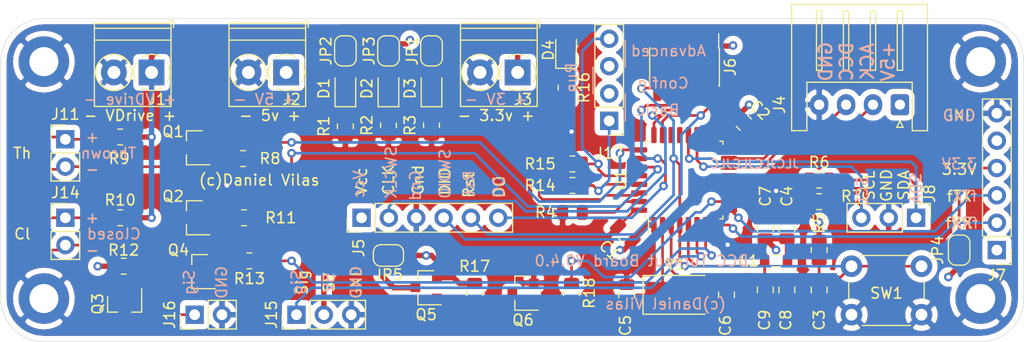
<source format=kicad_pcb>
(kicad_pcb (version 20171130) (host pcbnew 5.1.10-88a1d61d58~90~ubuntu21.04.1)
  (layers (0 F.Cu signal) (1 In1.Cu power) (2 In2.Cu power) (31 B.Cu signal) (34 B.Paste user) (35 F.Paste user) (36 B.SilkS user) (37 F.SilkS user) (38 B.Mask user) (39 F.Mask user) (44 Edge.Cuts user))
  (net 0 "")
  (net 1 GND)
  (net 2 Vdrive)
  (net 3 +5V)
  (net 4 "Net-(D1-Pad1)")
  (net 5 "Net-(Q1-Pad1)")
  (net 6 +3V3)
  (net 7 "Net-(Q2-Pad1)")
  (net 8 "Net-(D4-Pad1)")
  (net 9 /_dcc)
  (net 10 /_ack)
  (net 11 "Net-(Q4-Pad1)")
  (net 12 "/uC 030K6/NRST")
  (net 13 "/uC 030K6/PF0")
  (net 14 "/uC 030K6/PF1")
  (net 15 "/uC 030K6/_VDDA")
  (net 16 "/uC 030K6/PB3")
  (net 17 "/uC 030K6/PA13")
  (net 18 "/uC 030K6/PA14")
  (net 19 "/uC 030K6/BOOT0")
  (net 20 "Net-(D1-Pad2)")
  (net 21 "Net-(D2-Pad2)")
  (net 22 "Net-(D2-Pad1)")
  (net 23 "Net-(D3-Pad2)")
  (net 24 "Net-(D3-Pad1)")
  (net 25 /F_Vcc)
  (net 26 /F_TX)
  (net 27 /F_RX)
  (net 28 /SDA)
  (net 29 /SCL)
  (net 30 "Net-(J11-Pad1)")
  (net 31 "Net-(J10-Pad1)")
  (net 32 "Net-(J12-Pad1)")
  (net 33 "Net-(J13-Pad1)")
  (net 34 /ThrownLed)
  (net 35 /ClosedLed)
  (net 36 /ServoSig)
  (net 37 "Net-(J16-Pad1)")
  (net 38 "Net-(Q3-Pad1)")
  (net 39 /ReleEn)
  (net 40 /CfgAdvanced)
  (net 41 /CfgBasic)
  (net 42 /CfgStatus)
  (net 43 "Net-(Q5-Pad1)")
  (net 44 "Net-(Q6-Pad1)")
  (net 45 "/Out Puts/_ServoPwr")
  (net 46 /ServoEn)
  (module Resistor_SMD:R_0805_2012Metric (layer F.Cu) (at 47.5 53 180)
    (fp_text reference R8 (at -2.5 0) (layer F.SilkS))
    (fp_text value 1K)
    (pad 2 smd roundrect (at 0.9125 0 180) (size 1.025 1.4) (layers F.Cu F.Paste F.Mask) (roundrect_rratio 0.243902) (net 5 "Net-(Q1-Pad1)"))
    (pad 1 smd roundrect (at -0.9125 0 180) (size 1.025 1.4) (layers F.Cu F.Paste F.Mask) (roundrect_rratio 0.243902) (net 34 /ThrownLed))
  )
  (module LED_SMD:LED_0805_2012Metric (layer F.Cu) (at 65 46.5 90)
    (fp_text reference D3 (at 0 -2 90) (layer F.SilkS))
    (fp_text value LED)
    (pad 2 smd roundrect (at 0.9375 0 90) (size 0.975 1.4) (layers F.Cu F.Paste F.Mask) (net 23 "Net-(D3-Pad2)"))
    (pad 1 smd roundrect (at -0.9375 0 90) (size 0.975 1.4) (layers F.Cu F.Paste F.Mask) (net 24 "Net-(D3-Pad1)"))
  )
  (module Resistor_SMD:R_0805_2012Metric (layer F.Cu) (at 78 65.5 270)
    (fp_text reference R18 (at 0 -1.65 90) (layer F.SilkS))
    (fp_text value 1K)
    (pad 2 smd roundrect (at 0.9125 0 270) (size 1.025 1.4) (layers F.Cu F.Paste F.Mask) (roundrect_rratio 0.243902) (net 44 "Net-(Q6-Pad1)"))
    (pad 1 smd roundrect (at -0.9125 0 270) (size 1.025 1.4) (layers F.Cu F.Paste F.Mask) (roundrect_rratio 0.243902) (net 46 /ServoEn))
  )
  (module Resistor_SMD:R_0805_2012Metric (layer F.Cu) (at 69 65.5 90)
    (fp_text reference R17 (at 2.5 0 180) (layer F.SilkS))
    (fp_text value 1K)
    (pad 2 smd roundrect (at 0.9125 0 90) (size 1.025 1.4) (layers F.Cu F.Paste F.Mask) (roundrect_rratio 0.243902) (net 3 +5V))
    (pad 1 smd roundrect (at -0.9125 0 90) (size 1.025 1.4) (layers F.Cu F.Paste F.Mask) (roundrect_rratio 0.243902) (net 43 "Net-(Q5-Pad1)"))
  )
  (module Resistor_SMD:R_0805_2012Metric (layer F.Cu) (at 77.5 46.4125 270)
    (fp_text reference R16 (at 0 -1.65 90) (layer F.SilkS))
    (fp_text value 100)
    (pad 2 smd roundrect (at 0.9125 0 270) (size 1.025 1.4) (layers F.Cu F.Paste F.Mask) (roundrect_rratio 0.243902) (net 42 /CfgStatus))
    (pad 1 smd roundrect (at -0.9125 0 270) (size 1.025 1.4) (layers F.Cu F.Paste F.Mask) (roundrect_rratio 0.243902) (net 8 "Net-(D4-Pad1)"))
  )
  (module Resistor_SMD:R_0805_2012Metric (layer F.Cu) (at 78.0875 53.5)
    (fp_text reference R15 (at -3 0) (layer F.SilkS))
    (fp_text value 1K)
    (pad 2 smd roundrect (at 0.9125 0) (size 1.025 1.4) (layers F.Cu F.Paste F.Mask) (roundrect_rratio 0.243902) (net 40 /CfgAdvanced))
    (pad 1 smd roundrect (at -0.9125 0) (size 1.025 1.4) (layers F.Cu F.Paste F.Mask) (roundrect_rratio 0.243902) (net 1 GND))
  )
  (module Resistor_SMD:R_0805_2012Metric (layer F.Cu) (at 78.0875 55.5)
    (fp_text reference R14 (at -3 0) (layer F.SilkS))
    (fp_text value 1K)
    (pad 2 smd roundrect (at 0.9125 0) (size 1.025 1.4) (layers F.Cu F.Paste F.Mask) (roundrect_rratio 0.243902) (net 41 /CfgBasic))
    (pad 1 smd roundrect (at -0.9125 0) (size 1.025 1.4) (layers F.Cu F.Paste F.Mask) (roundrect_rratio 0.243902) (net 1 GND))
  )
  (module Resistor_SMD:R_0805_2012Metric (layer F.Cu) (at 48.0875 62.5 180)
    (fp_text reference R13 (at 0 -1.65) (layer F.SilkS))
    (fp_text value 1K)
    (pad 2 smd roundrect (at 0.9125 0 180) (size 1.025 1.4) (layers F.Cu F.Paste F.Mask) (roundrect_rratio 0.243902) (net 11 "Net-(Q4-Pad1)"))
    (pad 1 smd roundrect (at -0.9125 0 180) (size 1.025 1.4) (layers F.Cu F.Paste F.Mask) (roundrect_rratio 0.243902) (net 39 /ReleEn))
  )
  (module Resistor_SMD:R_0805_2012Metric (layer F.Cu) (at 36.4125 63 180)
    (fp_text reference R12 (at 0 1.5) (layer F.SilkS))
    (fp_text value 1K)
    (pad 2 smd roundrect (at 0.9125 0 180) (size 1.025 1.4) (layers F.Cu F.Paste F.Mask) (roundrect_rratio 0.243902) (net 3 +5V))
    (pad 1 smd roundrect (at -0.9125 0 180) (size 1.025 1.4) (layers F.Cu F.Paste F.Mask) (roundrect_rratio 0.243902) (net 38 "Net-(Q3-Pad1)"))
  )
  (module Resistor_SMD:R_0805_2012Metric (layer F.Cu) (at 47.5875 58.5 180)
    (fp_text reference R11 (at -3.4125 0) (layer F.SilkS))
    (fp_text value 1K)
    (pad 2 smd roundrect (at 0.9125 0 180) (size 1.025 1.4) (layers F.Cu F.Paste F.Mask) (roundrect_rratio 0.243902) (net 7 "Net-(Q2-Pad1)"))
    (pad 1 smd roundrect (at -0.9125 0 180) (size 1.025 1.4) (layers F.Cu F.Paste F.Mask) (roundrect_rratio 0.243902) (net 35 /ClosedLed))
  )
  (module Resistor_SMD:R_0805_2012Metric (layer F.Cu) (at 36.0875 58.5)
    (fp_text reference R10 (at 0 -1.65) (layer F.SilkS))
    (fp_text value 1K)
    (pad 2 smd roundrect (at 0.9125 0) (size 1.025 1.4) (layers F.Cu F.Paste F.Mask) (roundrect_rratio 0.243902) (net 2 Vdrive))
    (pad 1 smd roundrect (at -0.9125 0) (size 1.025 1.4) (layers F.Cu F.Paste F.Mask) (roundrect_rratio 0.243902) (net 32 "Net-(J12-Pad1)"))
  )
  (module Resistor_SMD:R_0805_2012Metric (layer F.Cu) (at 36.0875 51)
    (fp_text reference R9 (at -0.0875 2) (layer F.SilkS))
    (fp_text value 1K)
    (pad 2 smd roundrect (at 0.9125 0) (size 1.025 1.4) (layers F.Cu F.Paste F.Mask) (roundrect_rratio 0.243902) (net 2 Vdrive))
    (pad 1 smd roundrect (at -0.9125 0) (size 1.025 1.4) (layers F.Cu F.Paste F.Mask) (roundrect_rratio 0.243902) (net 30 "Net-(J11-Pad1)"))
  )
  (module Resistor_SMD:R_0805_2012Metric (layer F.Cu) (at 101 57)
    (fp_text reference R7 (at 3 -0.5) (layer F.SilkS))
    (fp_text value 1K)
    (pad 2 smd roundrect (at 0.9125 0) (size 1.025 1.4) (layers F.Cu F.Paste F.Mask) (roundrect_rratio 0.243902) (net 29 /SCL))
    (pad 1 smd roundrect (at -0.9125 0) (size 1.025 1.4) (layers F.Cu F.Paste F.Mask) (roundrect_rratio 0.243902) (net 6 +3V3))
  )
  (module Resistor_SMD:R_0805_2012Metric (layer F.Cu) (at 101 55)
    (fp_text reference R6 (at 0 -1.65) (layer F.SilkS))
    (fp_text value 1K)
    (pad 1 smd roundrect (at -0.9125 0) (size 1.025 1.4) (layers F.Cu F.Paste F.Mask) (roundrect_rratio 0.243902) (net 6 +3V3))
    (pad 2 smd roundrect (at 0.9125 0) (size 1.025 1.4) (layers F.Cu F.Paste F.Mask) (roundrect_rratio 0.243902) (net 28 /SDA))
  )
  (module Resistor_SMD:R_0805_2012Metric (layer F.Cu) (at 101 61.5 270)
    (fp_text reference R5 (at -2.5 0 90) (layer F.SilkS))
    (fp_text value 10K)
    (pad 2 smd roundrect (at 0.9125 0 270) (size 1.025 1.4) (layers F.Cu F.Paste F.Mask) (roundrect_rratio 0.243902) (net 12 "/uC 030K6/NRST"))
    (pad 1 smd roundrect (at -0.9125 0 270) (size 1.025 1.4) (layers F.Cu F.Paste F.Mask) (roundrect_rratio 0.243902) (net 6 +3V3))
  )
  (module Resistor_SMD:R_0805_2012Metric (layer F.Cu) (at 78.0875 58 180)
    (fp_text reference R4 (at 2.5 0) (layer F.SilkS))
    (fp_text value 10K)
    (pad 2 smd roundrect (at 0.9125 0 180) (size 1.025 1.4) (layers F.Cu F.Paste F.Mask) (roundrect_rratio 0.243902) (net 1 GND))
    (pad 1 smd roundrect (at -0.9125 0 180) (size 1.025 1.4) (layers F.Cu F.Paste F.Mask) (roundrect_rratio 0.243902) (net 19 "/uC 030K6/BOOT0"))
  )
  (module Resistor_SMD:R_0805_2012Metric (layer F.Cu) (at 65 49.9125 270)
    (fp_text reference R3 (at 0 2 90) (layer F.SilkS))
    (fp_text value 100)
    (pad 2 smd roundrect (at 0.9125 0 270) (size 1.025 1.4) (layers F.Cu F.Paste F.Mask) (roundrect_rratio 0.243902) (net 1 GND))
    (pad 1 smd roundrect (at -0.9125 0 270) (size 1.025 1.4) (layers F.Cu F.Paste F.Mask) (roundrect_rratio 0.243902) (net 24 "Net-(D3-Pad1)"))
  )
  (module Resistor_SMD:R_0805_2012Metric (layer F.Cu) (at 61 49.9125 270)
    (fp_text reference R2 (at 0 2 90) (layer F.SilkS))
    (fp_text value 200)
    (pad 2 smd roundrect (at 0.9125 0 270) (size 1.025 1.4) (layers F.Cu F.Paste F.Mask) (roundrect_rratio 0.243902) (net 1 GND))
    (pad 1 smd roundrect (at -0.9125 0 270) (size 1.025 1.4) (layers F.Cu F.Paste F.Mask) (roundrect_rratio 0.243902) (net 22 "Net-(D2-Pad1)"))
  )
  (module Resistor_SMD:R_0805_2012Metric (layer F.Cu) (at 57 50 270)
    (fp_text reference R1 (at 0 2 90) (layer F.SilkS))
    (fp_text value 1K)
    (pad 2 smd roundrect (at 0.9125 0 270) (size 1.025 1.4) (layers F.Cu F.Paste F.Mask) (roundrect_rratio 0.243902) (net 1 GND))
    (pad 1 smd roundrect (at -0.9125 0 270) (size 1.025 1.4) (layers F.Cu F.Paste F.Mask) (roundrect_rratio 0.243902) (net 4 "Net-(D1-Pad1)"))
  )
  (module Inductor_SMD:L_0805_2012Metric (layer F.Cu) (at 97 62.5)
    (fp_text reference L1 (at -2.5 0) (layer F.SilkS))
    (fp_text value 10uH)
    (pad 2 smd roundrect (at 1.0625 0) (size 0.875 1.2) (layers F.Cu F.Paste F.Mask) (net 6 +3V3))
    (pad 1 smd roundrect (at -1.0625 0) (size 0.875 1.2) (layers F.Cu F.Paste F.Mask) (net 15 "/uC 030K6/_VDDA"))
  )
  (module LED_SMD:LED_0805_2012Metric (layer F.Cu) (at 77.5 42.9375 90)
    (fp_text reference D4 (at 0 -1.65 90) (layer F.SilkS))
    (fp_text value LED)
    (pad 2 smd roundrect (at 0.9375 0 90) (size 0.975 1.4) (layers F.Cu F.Paste F.Mask) (net 6 +3V3))
    (pad 1 smd roundrect (at -0.9375 0 90) (size 0.975 1.4) (layers F.Cu F.Paste F.Mask) (net 8 "Net-(D4-Pad1)"))
  )
  (module LED_SMD:LED_0805_2012Metric (layer F.Cu) (at 61 46.5 90)
    (fp_text reference D2 (at 0 -2 90) (layer F.SilkS))
    (fp_text value LED)
    (pad 2 smd roundrect (at 0.9375 0 90) (size 0.975 1.4) (layers F.Cu F.Paste F.Mask) (net 21 "Net-(D2-Pad2)"))
    (pad 1 smd roundrect (at -0.9375 0 90) (size 0.975 1.4) (layers F.Cu F.Paste F.Mask) (net 22 "Net-(D2-Pad1)"))
  )
  (module LED_SMD:LED_0805_2012Metric (layer F.Cu) (at 57 46.5 90)
    (fp_text reference D1 (at 0 -2 90) (layer F.SilkS))
    (fp_text value LED)
    (pad 2 smd roundrect (at 0.9375 0 90) (size 0.975 1.4) (layers F.Cu F.Paste F.Mask) (net 20 "Net-(D1-Pad2)"))
    (pad 1 smd roundrect (at -0.9375 0 90) (size 0.975 1.4) (layers F.Cu F.Paste F.Mask) (net 4 "Net-(D1-Pad1)"))
  )
  (module Capacitor_SMD:C_0805_2012Metric (layer F.Cu) (at 96 65.2 270)
    (fp_text reference C9 (at 2.8 0.075 90) (layer F.SilkS))
    (fp_text value 10nF)
    (pad 2 smd roundrect (at 0.95 0 270) (size 1 1.45) (layers F.Cu F.Paste F.Mask) (net 1 GND))
    (pad 1 smd roundrect (at -0.95 0 270) (size 1 1.45) (layers F.Cu F.Paste F.Mask) (net 15 "/uC 030K6/_VDDA"))
  )
  (module Capacitor_SMD:C_0805_2012Metric (layer F.Cu) (at 98 65.2 270)
    (fp_text reference C8 (at 2.8 0.1 90) (layer F.SilkS))
    (fp_text value 1uF)
    (pad 2 smd roundrect (at 0.95 0 270) (size 1 1.45) (layers F.Cu F.Paste F.Mask) (net 1 GND))
    (pad 1 smd roundrect (at -0.95 0 270) (size 1 1.45) (layers F.Cu F.Paste F.Mask) (net 15 "/uC 030K6/_VDDA"))
  )
  (module Capacitor_SMD:C_0805_2012Metric (layer F.Cu) (at 96 59.5 90)
    (fp_text reference C7 (at 3 0 90) (layer F.SilkS))
    (fp_text value 10nF)
    (pad 2 smd roundrect (at 0.95 0 90) (size 1 1.45) (layers F.Cu F.Paste F.Mask) (net 1 GND))
    (pad 1 smd roundrect (at -0.95 0 90) (size 1 1.45) (layers F.Cu F.Paste F.Mask) (net 6 +3V3))
  )
  (module Capacitor_SMD:C_0805_2012Metric (layer F.Cu) (at 92.392 65.656 90)
    (fp_text reference C6 (at -2.844 -0.108 90) (layer F.SilkS))
    (fp_text value 20pf)
    (pad 2 smd roundrect (at 0.95 0 90) (size 1 1.45) (layers F.Cu F.Paste F.Mask) (net 1 GND))
    (pad 1 smd roundrect (at -0.95 0 90) (size 1 1.45) (layers F.Cu F.Paste F.Mask) (net 14 "/uC 030K6/PF1"))
  )
  (module Capacitor_SMD:C_0805_2012Metric (layer F.Cu) (at 83.121 65.656 90)
    (fp_text reference C5 (at -2.844 -0.121 90) (layer F.SilkS))
    (fp_text value 20pf)
    (pad 2 smd roundrect (at 0.95 0 90) (size 1 1.45) (layers F.Cu F.Paste F.Mask) (net 1 GND))
    (pad 1 smd roundrect (at -0.95 0 90) (size 1 1.45) (layers F.Cu F.Paste F.Mask) (net 13 "/uC 030K6/PF0"))
  )
  (module Capacitor_SMD:C_0805_2012Metric (layer F.Cu) (at 98 59.5 90)
    (fp_text reference C4 (at 3 0 90) (layer F.SilkS))
    (fp_text value 1uF)
    (pad 2 smd roundrect (at 0.95 0 90) (size 1 1.45) (layers F.Cu F.Paste F.Mask) (net 1 GND))
    (pad 1 smd roundrect (at -0.95 0 90) (size 1 1.45) (layers F.Cu F.Paste F.Mask) (net 6 +3V3))
  )
  (module Capacitor_SMD:C_0805_2012Metric (layer F.Cu) (at 101 65.2 270)
    (fp_text reference C3 (at 2.8 0 90) (layer F.SilkS))
    (fp_text value 100nf)
    (pad 2 smd roundrect (at 0.95 0 270) (size 1 1.45) (layers F.Cu F.Paste F.Mask) (net 1 GND))
    (pad 1 smd roundrect (at -0.95 0 270) (size 1 1.45) (layers F.Cu F.Paste F.Mask) (net 12 "/uC 030K6/NRST"))
  )
  (module Capacitor_SMD:C_0805_2012Metric (layer F.Cu) (at 94 49.662 135)
    (fp_text reference C2 (at -0.239002 1.882318 135) (layer F.SilkS))
    (fp_text value 100nf)
    (pad 2 smd roundrect (at 0.95 0 135) (size 1 1.45) (layers F.Cu F.Paste F.Mask) (net 6 +3V3))
    (pad 1 smd roundrect (at -0.95 0 135) (size 1 1.45) (layers F.Cu F.Paste F.Mask) (net 1 GND))
  )
  (module Capacitor_SMD:C_0805_2012Metric (layer F.Cu) (at 83 60 315)
    (fp_text reference C1 (at 0 2.12132 135) (layer F.SilkS))
    (fp_text value 100nf)
    (pad 2 smd roundrect (at 0.95 0 315) (size 1 1.45) (layers F.Cu F.Paste F.Mask) (net 6 +3V3))
    (pad 1 smd roundrect (at -0.95 0 315) (size 1 1.45) (layers F.Cu F.Paste F.Mask) (net 1 GND))
  )
  (module Package_QFP:LQFP-32_7x7mm_P0.8mm (layer F.Cu) (at 88.455 54.996 90)
    (fp_text reference U1 (at 0 -5.88 90) (layer F.SilkS))
    (fp_text value STM32F030K6Tx)
    (pad 32 smd roundrect (at -2.8 -4.175 90) (size 0.5 1.5) (layers F.Cu F.Paste F.Mask) (net 1 GND))
    (pad 31 smd roundrect (at -2 -4.175 90) (size 0.5 1.5) (layers F.Cu F.Paste F.Mask) (net 19 "/uC 030K6/BOOT0"))
    (pad 30 smd roundrect (at -1.2 -4.175 90) (size 0.5 1.5) (layers F.Cu F.Paste F.Mask) (net 42 /CfgStatus))
    (pad 29 smd roundrect (at -0.4 -4.175 90) (size 0.5 1.5) (layers F.Cu F.Paste F.Mask) (net 41 /CfgBasic))
    (pad 28 smd roundrect (at 0.4 -4.175 90) (size 0.5 1.5) (layers F.Cu F.Paste F.Mask) (net 40 /CfgAdvanced))
    (pad 27 smd roundrect (at 1.2 -4.175 90) (size 0.5 1.5) (layers F.Cu F.Paste F.Mask) (net 35 /ClosedLed))
    (pad 26 smd roundrect (at 2 -4.175 90) (size 0.5 1.5) (layers F.Cu F.Paste F.Mask) (net 16 "/uC 030K6/PB3"))
    (pad 25 smd roundrect (at 2.8 -4.175 90) (size 0.5 1.5) (layers F.Cu F.Paste F.Mask) (net 34 /ThrownLed))
    (pad 24 smd roundrect (at 4.175 -2.8 90) (size 1.5 0.5) (layers F.Cu F.Paste F.Mask) (net 18 "/uC 030K6/PA14"))
    (pad 23 smd roundrect (at 4.175 -2 90) (size 1.5 0.5) (layers F.Cu F.Paste F.Mask) (net 17 "/uC 030K6/PA13"))
    (pad 22 smd roundrect (at 4.175 -1.2 90) (size 1.5 0.5) (layers F.Cu F.Paste F.Mask))
    (pad 21 smd roundrect (at 4.175 -0.4 90) (size 1.5 0.5) (layers F.Cu F.Paste F.Mask))
    (pad 20 smd roundrect (at 4.175 0.4 90) (size 1.5 0.5) (layers F.Cu F.Paste F.Mask) (net 28 /SDA))
    (pad 19 smd roundrect (at 4.175 1.2 90) (size 1.5 0.5) (layers F.Cu F.Paste F.Mask) (net 29 /SCL))
    (pad 18 smd roundrect (at 4.175 2 90) (size 1.5 0.5) (layers F.Cu F.Paste F.Mask))
    (pad 17 smd roundrect (at 4.175 2.8 90) (size 1.5 0.5) (layers F.Cu F.Paste F.Mask) (net 6 +3V3))
    (pad 16 smd roundrect (at 2.8 4.175 90) (size 0.5 1.5) (layers F.Cu F.Paste F.Mask) (net 1 GND))
    (pad 15 smd roundrect (at 2 4.175 90) (size 0.5 1.5) (layers F.Cu F.Paste F.Mask) (net 9 /_dcc))
    (pad 14 smd roundrect (at 1.2 4.175 90) (size 0.5 1.5) (layers F.Cu F.Paste F.Mask) (net 10 /_ack))
    (pad 13 smd roundrect (at 0.4 4.175 90) (size 0.5 1.5) (layers F.Cu F.Paste F.Mask))
    (pad 12 smd roundrect (at -0.4 4.175 90) (size 0.5 1.5) (layers F.Cu F.Paste F.Mask))
    (pad 11 smd roundrect (at -1.2 4.175 90) (size 0.5 1.5) (layers F.Cu F.Paste F.Mask))
    (pad 10 smd roundrect (at -2 4.175 90) (size 0.5 1.5) (layers F.Cu F.Paste F.Mask) (net 46 /ServoEn))
    (pad 9 smd roundrect (at -2.8 4.175 90) (size 0.5 1.5) (layers F.Cu F.Paste F.Mask) (net 26 /F_TX))
    (pad 8 smd roundrect (at -4.175 2.8 90) (size 1.5 0.5) (layers F.Cu F.Paste F.Mask) (net 27 /F_RX))
    (pad 7 smd roundrect (at -4.175 2 90) (size 1.5 0.5) (layers F.Cu F.Paste F.Mask) (net 39 /ReleEn))
    (pad 6 smd roundrect (at -4.175 1.2 90) (size 1.5 0.5) (layers F.Cu F.Paste F.Mask) (net 36 /ServoSig))
    (pad 5 smd roundrect (at -4.175 0.4 90) (size 1.5 0.5) (layers F.Cu F.Paste F.Mask) (net 15 "/uC 030K6/_VDDA"))
    (pad 4 smd roundrect (at -4.175 -0.4 90) (size 1.5 0.5) (layers F.Cu F.Paste F.Mask) (net 12 "/uC 030K6/NRST"))
    (pad 3 smd roundrect (at -4.175 -1.2 90) (size 1.5 0.5) (layers F.Cu F.Paste F.Mask) (net 14 "/uC 030K6/PF1"))
    (pad 2 smd roundrect (at -4.175 -2 90) (size 1.5 0.5) (layers F.Cu F.Paste F.Mask) (net 13 "/uC 030K6/PF0"))
    (pad 1 smd roundrect (at -4.175 -2.8 90) (size 1.5 0.5) (layers F.Cu F.Paste F.Mask) (net 6 +3V3))
  )
  (module Package_TO_SOT_SMD:SOT-23 (layer F.Cu) (at 73.5 65.5 180)
    (fp_text reference Q6 (at 0 -2.5) (layer F.SilkS))
    (fp_text value AO3400A)
    (pad 3 smd rect (at 1 0 180) (size 0.9 0.8) (layers F.Cu F.Paste F.Mask) (net 43 "Net-(Q5-Pad1)"))
    (pad 2 smd rect (at -1 0.95 180) (size 0.9 0.8) (layers F.Cu F.Paste F.Mask) (net 1 GND))
    (pad 1 smd rect (at -1 -0.95 180) (size 0.9 0.8) (layers F.Cu F.Paste F.Mask) (net 44 "Net-(Q6-Pad1)"))
  )
  (module Package_TO_SOT_SMD:SOT-23 (layer F.Cu) (at 64.5 65 180)
    (fp_text reference Q5 (at 0 -2.5) (layer F.SilkS))
    (fp_text value AO3401A)
    (pad 3 smd rect (at 1 0 180) (size 0.9 0.8) (layers F.Cu F.Paste F.Mask) (net 45 "/Out Puts/_ServoPwr"))
    (pad 2 smd rect (at -1 0.95 180) (size 0.9 0.8) (layers F.Cu F.Paste F.Mask) (net 3 +5V))
    (pad 1 smd rect (at -1 -0.95 180) (size 0.9 0.8) (layers F.Cu F.Paste F.Mask) (net 43 "Net-(Q5-Pad1)"))
  )
  (module Jumper:SolderJumper-2_P1.3mm_Open_RoundedPad1.0x1.5mm (layer F.Cu) (at 61 62 180)
    (fp_text reference JP5 (at 0 -1.8) (layer F.SilkS))
    (fp_text value Jumper_2_Open)
    (pad 2 smd custom (at 0.65 0 180) (size 1 0.5) (layers F.Cu F.Mask) (net 45 "/Out Puts/_ServoPwr") (options (clearance outline) (anchor rect)) (primitives (gr_circle (center 0 0.25) (end 0.5 0.25) (width 0)) (gr_circle (center 0 -0.25) (end 0.5 -0.25) (width 0)) (gr_poly (pts (xy 0 -0.75) (xy -0.5 -0.75) (xy -0.5 0.75) (xy 0 0.75)) (width 0))))
    (pad 1 smd custom (at -0.65 0 180) (size 1 0.5) (layers F.Cu F.Mask) (net 3 +5V) (options (clearance outline) (anchor rect)) (primitives (gr_circle (center 0 0.25) (end 0.5 0.25) (width 0)) (gr_circle (center 0 -0.25) (end 0.5 -0.25) (width 0)) (gr_poly (pts (xy 0 -0.75) (xy 0.5 -0.75) (xy 0.5 0.75) (xy 0 0.75)) (width 0))))
  )
  (module Connector_PinHeader_2.54mm:PinHeader_1x04_P2.54mm_Vertical (layer F.Cu) (at 81.5 49.5 180)
    (fp_text reference J17 (at 0 -3) (layer F.SilkS))
    (fp_text value Conn_01x04)
    (pad 4 thru_hole oval (at 0 7.62 180) (size 1.7 1.7) (drill 1) (layers *.Cu *.Mask) (net 40 /CfgAdvanced))
    (pad 3 thru_hole oval (at 0 5.08 180) (size 1.7 1.7) (drill 1) (layers *.Cu *.Mask) (net 6 +3V3))
    (pad 2 thru_hole oval (at 0 2.54 180) (size 1.7 1.7) (drill 1) (layers *.Cu *.Mask) (net 6 +3V3))
    (pad 1 thru_hole rect (at 0 0 180) (size 1.7 1.7) (drill 1) (layers *.Cu *.Mask) (net 41 /CfgBasic))
  )
  (module Package_TO_SOT_SMD:SOT-23 (layer F.Cu) (at 36.5 66.5 270)
    (fp_text reference Q3 (at 0 2.5 90) (layer F.SilkS))
    (fp_text value AO3401A)
    (pad 3 smd rect (at 1 0 270) (size 0.9 0.8) (layers F.Cu F.Paste F.Mask) (net 37 "Net-(J16-Pad1)"))
    (pad 2 smd rect (at -1 0.95 270) (size 0.9 0.8) (layers F.Cu F.Paste F.Mask) (net 3 +5V))
    (pad 1 smd rect (at -1 -0.95 270) (size 0.9 0.8) (layers F.Cu F.Paste F.Mask) (net 38 "Net-(Q3-Pad1)"))
  )
  (module Package_TO_SOT_SMD:SOT-23 (layer F.Cu) (at 43.5 63.5 180)
    (fp_text reference Q4 (at 2 2) (layer F.SilkS))
    (fp_text value AO3400A)
    (pad 3 smd rect (at 1 0 180) (size 0.9 0.8) (layers F.Cu F.Paste F.Mask) (net 38 "Net-(Q3-Pad1)"))
    (pad 2 smd rect (at -1 0.95 180) (size 0.9 0.8) (layers F.Cu F.Paste F.Mask) (net 1 GND))
    (pad 1 smd rect (at -1 -0.95 180) (size 0.9 0.8) (layers F.Cu F.Paste F.Mask) (net 11 "Net-(Q4-Pad1)"))
  )
  (module Connector_PinHeader_2.54mm:PinHeader_1x02_P2.54mm_Vertical (layer F.Cu) (at 43 67.5 90)
    (fp_text reference J16 (at 0 -2.33 90) (layer F.SilkS))
    (fp_text value Conn_01x02)
    (pad 2 thru_hole oval (at 0 2.54 90) (size 1.7 1.7) (drill 1) (layers *.Cu *.Mask) (net 1 GND))
    (pad 1 thru_hole rect (at 0 0 90) (size 1.7 1.7) (drill 1) (layers *.Cu *.Mask) (net 37 "Net-(J16-Pad1)"))
  )
  (module Connector_PinHeader_2.54mm:PinHeader_1x03_P2.54mm_Vertical (layer F.Cu) (at 52.46 67.5 90)
    (fp_text reference J15 (at 0 -2.33 90) (layer F.SilkS))
    (fp_text value Conn_01x03)
    (pad 3 thru_hole oval (at 0 5.08 90) (size 1.7 1.7) (drill 1) (layers *.Cu *.Mask) (net 1 GND))
    (pad 2 thru_hole oval (at 0 2.54 90) (size 1.7 1.7) (drill 1) (layers *.Cu *.Mask) (net 45 "/Out Puts/_ServoPwr"))
    (pad 1 thru_hole rect (at 0 0 90) (size 1.7 1.7) (drill 1) (layers *.Cu *.Mask) (net 36 /ServoSig))
  )
  (module Package_TO_SOT_SMD:SOT-23 (layer F.Cu) (at 43 58.5 180)
    (fp_text reference Q2 (at 2 2) (layer F.SilkS))
    (fp_text value AO3400A)
    (pad 3 smd rect (at 1 0 180) (size 0.9 0.8) (layers F.Cu F.Paste F.Mask) (net 33 "Net-(J13-Pad1)"))
    (pad 2 smd rect (at -1 0.95 180) (size 0.9 0.8) (layers F.Cu F.Paste F.Mask) (net 1 GND))
    (pad 1 smd rect (at -1 -0.95 180) (size 0.9 0.8) (layers F.Cu F.Paste F.Mask) (net 7 "Net-(Q2-Pad1)"))
  )
  (module Connector_PinHeader_2.54mm:PinHeader_1x02_P2.54mm_Vertical (layer F.Cu) (at 31 58.5)
    (fp_text reference J14 (at 0 -2.33) (layer F.SilkS))
    (fp_text value Conn_01x02)
    (pad 2 thru_hole oval (at 0 2.54) (size 1.7 1.7) (drill 1) (layers *.Cu *.Mask) (net 33 "Net-(J13-Pad1)"))
    (pad 1 thru_hole rect (at 0 0) (size 1.7 1.7) (drill 1) (layers *.Cu *.Mask) (net 32 "Net-(J12-Pad1)"))
  )
  (module Connector_Wire:SolderWirePad_1x01_SMD_1x2mm (layer F.Cu) (at 27 61.5 90)
    (fp_text reference J13 hide)
    (fp_text value Conn_01x01)
    (pad 1 smd roundrect (at 0 0 90) (size 1 2) (layers F.Cu F.Paste F.Mask) (net 33 "Net-(J13-Pad1)"))
  )
  (module Connector_Wire:SolderWirePad_1x01_SMD_1x2mm (layer F.Cu) (at 27 58.5 90)
    (fp_text reference J12 hide)
    (fp_text value Conn_01x01)
    (pad 1 smd roundrect (at 0 0 90) (size 1 2) (layers F.Cu F.Paste F.Mask) (net 32 "Net-(J12-Pad1)"))
  )
  (module Connector_PinHeader_2.54mm:PinHeader_1x02_P2.54mm_Vertical (layer F.Cu) (at 30.995 51.215)
    (fp_text reference J11 (at 0 -2.33) (layer F.SilkS))
    (fp_text value Conn_01x02)
    (pad 2 thru_hole oval (at 0 2.54) (size 1.7 1.7) (drill 1) (layers *.Cu *.Mask) (net 31 "Net-(J10-Pad1)"))
    (pad 1 thru_hole rect (at 0 0) (size 1.7 1.7) (drill 1) (layers *.Cu *.Mask) (net 30 "Net-(J11-Pad1)"))
  )
  (module Connector_Wire:SolderWirePad_1x01_SMD_1x2mm (layer F.Cu) (at 27 54 90)
    (fp_text reference J10 hide)
    (fp_text value Conn_01x01)
    (pad 1 smd roundrect (at 0 0 90) (size 1 2) (layers F.Cu F.Paste F.Mask) (net 31 "Net-(J10-Pad1)"))
  )
  (module Connector_Wire:SolderWirePad_1x01_SMD_1x2mm (layer F.Cu) (at 27 51 90)
    (fp_text reference J9 hide)
    (fp_text value Conn_01x01)
    (pad 1 smd roundrect (at 0 0 90) (size 1 2) (layers F.Cu F.Paste F.Mask) (net 30 "Net-(J11-Pad1)"))
  )
  (module Package_TO_SOT_SMD:SOT-23 (layer F.Cu) (at 43 52 180)
    (fp_text reference Q1 (at 2 1.5) (layer F.SilkS))
    (fp_text value AO3400A)
    (pad 3 smd rect (at 1 0 180) (size 0.9 0.8) (layers F.Cu F.Paste F.Mask) (net 31 "Net-(J10-Pad1)"))
    (pad 2 smd rect (at -1 0.95 180) (size 0.9 0.8) (layers F.Cu F.Paste F.Mask) (net 1 GND))
    (pad 1 smd rect (at -1 -0.95 180) (size 0.9 0.8) (layers F.Cu F.Paste F.Mask) (net 5 "Net-(Q1-Pad1)"))
  )
  (module Connector_PinHeader_2.54mm:PinHeader_1x03_P2.54mm_Vertical (layer F.Cu) (at 110 58.5 270)
    (fp_text reference J8 (at -2.25 -1.25 90) (layer F.SilkS))
    (fp_text value Conn_01x03)
    (pad 1 thru_hole rect (at 0 0 270) (size 1.7 1.7) (drill 1) (layers *.Cu *.Mask) (net 28 /SDA))
    (pad 2 thru_hole oval (at 0 2.54 270) (size 1.7 1.7) (drill 1) (layers *.Cu *.Mask) (net 1 GND))
    (pad 3 thru_hole oval (at 0 5.08 270) (size 1.7 1.7) (drill 1) (layers *.Cu *.Mask) (net 29 /SCL))
  )
  (module Jumper:SolderJumper-2_P1.3mm_Bridged_RoundedPad1.0x1.5mm (layer F.Cu) (at 114 61.5 270)
    (fp_text reference JP4 (at 0 2 90) (layer F.SilkS))
    (fp_text value Jumper_2_Bridged)
    (fp_poly (pts (xy 0.25 -0.3) (xy -0.25 -0.3) (xy -0.25 0.3) (xy 0.25 0.3)) (layer F.Cu) (width 0))
    (pad 1 smd custom (at -0.65 0 270) (size 1 0.5) (layers F.Cu F.Mask) (net 25 /F_Vcc) (options (clearance outline) (anchor rect)) (primitives (gr_circle (center 0 0.25) (end 0.5 0.25) (width 0)) (gr_circle (center 0 -0.25) (end 0.5 -0.25) (width 0)) (gr_poly (pts (xy 0 -0.75) (xy 0.5 -0.75) (xy 0.5 0.75) (xy 0 0.75)) (width 0))))
    (pad 2 smd custom (at 0.65 0 270) (size 1 0.5) (layers F.Cu F.Mask) (net 6 +3V3) (options (clearance outline) (anchor rect)) (primitives (gr_circle (center 0 0.25) (end 0.5 0.25) (width 0)) (gr_circle (center 0 -0.25) (end 0.5 -0.25) (width 0)) (gr_poly (pts (xy 0 -0.75) (xy -0.5 -0.75) (xy -0.5 0.75) (xy 0 0.75)) (width 0))))
  )
  (module Connector_PinHeader_2.54mm:PinHeader_1x06_P2.54mm_Vertical (layer F.Cu) (at 117.5 61.5 180)
    (fp_text reference J7 (at 0 -2.33) (layer F.SilkS))
    (fp_text value Conn_01x06)
    (pad 6 thru_hole oval (at 0 12.7 180) (size 1.7 1.7) (drill 1) (layers *.Cu *.Mask) (net 1 GND))
    (pad 5 thru_hole oval (at 0 10.16 180) (size 1.7 1.7) (drill 1) (layers *.Cu *.Mask))
    (pad 4 thru_hole oval (at 0 7.62 180) (size 1.7 1.7) (drill 1) (layers *.Cu *.Mask) (net 25 /F_Vcc))
    (pad 3 thru_hole oval (at 0 5.08 180) (size 1.7 1.7) (drill 1) (layers *.Cu *.Mask) (net 26 /F_TX))
    (pad 2 thru_hole oval (at 0 2.54 180) (size 1.7 1.7) (drill 1) (layers *.Cu *.Mask) (net 27 /F_RX))
    (pad 1 thru_hole rect (at 0 0 180) (size 1.7 1.7) (drill 1) (layers *.Cu *.Mask))
  )
  (module Connector_PinHeader_2.54mm:PinHeader_1x06_P2.54mm_Vertical (layer F.Cu) (at 58.5 58.5 90)
    (fp_text reference J5 (at -2.8067 -0.254 90) (layer F.SilkS))
    (fp_text value Conn_01x06)
    (pad 1 thru_hole rect (at 0 0 90) (size 1.7 1.7) (drill 1) (layers *.Cu *.Mask) (net 6 +3V3))
    (pad 2 thru_hole oval (at 0 2.54 90) (size 1.7 1.7) (drill 1) (layers *.Cu *.Mask) (net 18 "/uC 030K6/PA14"))
    (pad 3 thru_hole oval (at 0 5.08 90) (size 1.7 1.7) (drill 1) (layers *.Cu *.Mask) (net 1 GND))
    (pad 4 thru_hole oval (at 0 7.62 90) (size 1.7 1.7) (drill 1) (layers *.Cu *.Mask) (net 17 "/uC 030K6/PA13"))
    (pad 5 thru_hole oval (at 0 10.16 90) (size 1.7 1.7) (drill 1) (layers *.Cu *.Mask) (net 12 "/uC 030K6/NRST"))
    (pad 6 thru_hole oval (at 0 12.7 90) (size 1.7 1.7) (drill 1) (layers *.Cu *.Mask) (net 16 "/uC 030K6/PB3"))
  )
  (module MountingHole:MountingHole_2.7mm_M2.5_DIN965_Pad (layer F.Cu) (at 116 66)
    (fp_text reference H4 hide)
    (fp_text value MountingHole_Pad)
    (pad 1 thru_hole circle (at 0 0) (size 4.7 4.7) (drill 2.7) (layers *.Cu *.Mask) (net 1 GND))
  )
  (module MountingHole:MountingHole_2.7mm_M2.5_DIN965_Pad (layer F.Cu) (at 29 66)
    (fp_text reference H2 hide)
    (fp_text value MountingHole_Pad)
    (pad 1 thru_hole circle (at 0 0) (size 4.7 4.7) (drill 2.7) (layers *.Cu *.Mask) (net 1 GND))
  )
  (module MountingHole:MountingHole_2.7mm_M2.5_DIN965_Pad (layer F.Cu) (at 29 44)
    (fp_text reference H1 hide)
    (fp_text value MountingHole_Pad)
    (pad 1 thru_hole circle (at 0 0) (size 4.7 4.7) (drill 2.7) (layers *.Cu *.Mask) (net 1 GND))
  )
  (module MountingHole:MountingHole_2.7mm_M2.5_DIN965_Pad (layer F.Cu) (at 116 44)
    (fp_text reference H3 hide)
    (fp_text value MountingHole_Pad)
    (pad 1 thru_hole circle (at 0 0) (size 4.7 4.7) (drill 2.7) (layers *.Cu *.Mask) (net 1 GND))
  )
  (module Crystal:Crystal_SMD_5032-2Pin_5.0x3.2mm (layer F.Cu) (at 87.693 65.656)
    (fp_text reference Y1 (at 0 -2.8) (layer F.SilkS))
    (fp_text value 8MHz)
    (pad 1 smd rect (at -1.85 0) (size 2 2.4) (layers F.Cu F.Paste F.Mask) (net 13 "/uC 030K6/PF0"))
    (pad 2 smd rect (at 1.85 0) (size 2 2.4) (layers F.Cu F.Paste F.Mask) (net 14 "/uC 030K6/PF1"))
  )
  (module Button_Switch_THT:SW_PUSH_6mm (layer F.Cu) (at 104 63)
    (fp_text reference SW1 (at 3.25 2.5) (layer F.SilkS))
    (fp_text value SW_Push)
    (pad 2 thru_hole circle (at 0 4.5 90) (size 2 2) (drill 1.1) (layers *.Cu *.Mask) (net 1 GND))
    (pad 1 thru_hole circle (at 0 0 90) (size 2 2) (drill 1.1) (layers *.Cu *.Mask) (net 12 "/uC 030K6/NRST"))
    (pad 2 thru_hole circle (at 6.5 4.5 90) (size 2 2) (drill 1.1) (layers *.Cu *.Mask) (net 1 GND))
    (pad 1 thru_hole circle (at 6.5 0 90) (size 2 2) (drill 1.1) (layers *.Cu *.Mask) (net 12 "/uC 030K6/NRST"))
  )
  (module Connector_PinHeader_1.27mm:PinHeader_2x05_P1.27mm_Vertical_SMD (layer F.Cu) (at 88.5 44.5 270)
    (fp_text reference J6 (at 0 -4.235 90) (layer F.SilkS))
    (fp_text value "Conn_02x05 Odd_Even")
    (pad 10 smd rect (at 1.95 2.54 270) (size 2.4 0.74) (layers F.Cu F.Paste F.Mask) (net 12 "/uC 030K6/NRST"))
    (pad 9 smd rect (at -1.95 2.54 270) (size 2.4 0.74) (layers F.Cu F.Paste F.Mask) (net 1 GND))
    (pad 8 smd rect (at 1.95 1.27 270) (size 2.4 0.74) (layers F.Cu F.Paste F.Mask))
    (pad 7 smd rect (at -1.95 1.27 270) (size 2.4 0.74) (layers F.Cu F.Paste F.Mask))
    (pad 6 smd rect (at 1.95 0 270) (size 2.4 0.74) (layers F.Cu F.Paste F.Mask) (net 16 "/uC 030K6/PB3"))
    (pad 5 smd rect (at -1.95 0 270) (size 2.4 0.74) (layers F.Cu F.Paste F.Mask) (net 1 GND))
    (pad 4 smd rect (at 1.95 -1.27 270) (size 2.4 0.74) (layers F.Cu F.Paste F.Mask) (net 18 "/uC 030K6/PA14"))
    (pad 3 smd rect (at -1.95 -1.27 270) (size 2.4 0.74) (layers F.Cu F.Paste F.Mask) (net 1 GND))
    (pad 2 smd rect (at 1.95 -2.54 270) (size 2.4 0.74) (layers F.Cu F.Paste F.Mask) (net 17 "/uC 030K6/PA13"))
    (pad 1 smd rect (at -1.95 -2.54 270) (size 2.4 0.74) (layers F.Cu F.Paste F.Mask) (net 6 +3V3))
  )
  (module TerminalBlock_Phoenix:TerminalBlock_Phoenix_PT-1,5-2-3.5-H_1x02_P3.50mm_Horizontal (layer F.Cu) (at 39 45 180)
    (fp_text reference J1 (at -0.5 -2.5) (layer F.SilkS))
    (fp_text value Conn_01x02)
    (pad 1 thru_hole rect (at 0 0 180) (size 2.4 2.4) (drill 1.2) (layers *.Cu *.Mask) (net 2 Vdrive))
    (pad 2 thru_hole circle (at 3.5 0 180) (size 2.4 2.4) (drill 1.2) (layers *.Cu *.Mask) (net 1 GND))
  )
  (module TerminalBlock_Phoenix:TerminalBlock_Phoenix_PT-1,5-2-3.5-H_1x02_P3.50mm_Horizontal (layer F.Cu) (at 73 45 180)
    (fp_text reference J3 (at -0.5 -2.5) (layer F.SilkS))
    (fp_text value Conn_01x02)
    (pad 1 thru_hole rect (at 0 0 180) (size 2.4 2.4) (drill 1.2) (layers *.Cu *.Mask) (net 6 +3V3))
    (pad 2 thru_hole circle (at 3.5 0 180) (size 2.4 2.4) (drill 1.2) (layers *.Cu *.Mask) (net 1 GND))
  )
  (module TerminalBlock_Phoenix:TerminalBlock_Phoenix_PT-1,5-2-3.5-H_1x02_P3.50mm_Horizontal (layer F.Cu) (at 51.5 45 180)
    (fp_text reference J2 (at -0.5 -2.5) (layer F.SilkS))
    (fp_text value Conn_01x02)
    (pad 1 thru_hole rect (at 0 0 180) (size 2.4 2.4) (drill 1.2) (layers *.Cu *.Mask) (net 3 +5V))
    (pad 2 thru_hole circle (at 3.5 0 180) (size 2.4 2.4) (drill 1.2) (layers *.Cu *.Mask) (net 1 GND))
  )
  (module Connector_JST:JST_XH_S4B-XH-A_1x04_P2.50mm_Horizontal (layer F.Cu) (at 108.5 48 180)
    (fp_text reference J4 (at 11.186 -0.0025 270) (layer F.SilkS))
    (fp_text value Conn_01x04)
    (pad 4 thru_hole oval (at 7.5 0 180) (size 1.7 1.95) (drill 0.95) (layers *.Cu *.Mask) (net 1 GND))
    (pad 3 thru_hole oval (at 5 0 180) (size 1.7 1.95) (drill 0.95) (layers *.Cu *.Mask) (net 9 /_dcc))
    (pad 2 thru_hole oval (at 2.5 0 180) (size 1.7 1.95) (drill 0.95) (layers *.Cu *.Mask) (net 10 /_ack))
    (pad 1 thru_hole roundrect (at 0 0 180) (size 1.7 1.95) (drill 0.95) (layers *.Cu *.Mask) (roundrect_rratio 0.147059) (net 3 +5V))
  )
  (module Jumper:SolderJumper-2_P1.3mm_Bridged_RoundedPad1.0x1.5mm (layer F.Cu) (at 61 43 90)
    (fp_text reference JP3 (at 0 -1.8 90) (layer F.SilkS))
    (fp_text value Jumper_2_Bridged hide)
    (fp_poly (pts (xy 0.25 -0.3) (xy -0.25 -0.3) (xy -0.25 0.3) (xy 0.25 0.3)) (layer F.Cu) (width 0))
    (pad 2 smd custom (at 0.65 0 90) (size 1 0.5) (layers F.Cu F.Mask) (net 3 +5V) (options (clearance outline) (anchor rect)) (primitives (gr_circle (center 0 0.25) (end 0.5 0.25) (width 0)) (gr_circle (center 0 -0.25) (end 0.5 -0.25) (width 0)) (gr_poly (pts (xy 0 -0.75) (xy -0.5 -0.75) (xy -0.5 0.75) (xy 0 0.75)) (width 0))))
    (pad 1 smd custom (at -0.65 0 90) (size 1 0.5) (layers F.Cu F.Mask) (net 21 "Net-(D2-Pad2)") (options (clearance outline) (anchor rect)) (primitives (gr_circle (center 0 0.25) (end 0.5 0.25) (width 0)) (gr_circle (center 0 -0.25) (end 0.5 -0.25) (width 0)) (gr_poly (pts (xy 0 -0.75) (xy 0.5 -0.75) (xy 0.5 0.75) (xy 0 0.75)) (width 0))))
  )
  (module Jumper:SolderJumper-2_P1.3mm_Bridged_RoundedPad1.0x1.5mm (layer F.Cu) (at 57 43 90)
    (fp_text reference JP2 (at 0 -1.8 90) (layer F.SilkS))
    (fp_text value Jumper_2_Bridged hide)
    (fp_poly (pts (xy 0.25 -0.3) (xy -0.25 -0.3) (xy -0.25 0.3) (xy 0.25 0.3)) (layer F.Cu) (width 0))
    (pad 2 smd custom (at 0.65 0 90) (size 1 0.5) (layers F.Cu F.Mask) (net 2 Vdrive) (options (clearance outline) (anchor rect)) (primitives (gr_circle (center 0 0.25) (end 0.5 0.25) (width 0)) (gr_circle (center 0 -0.25) (end 0.5 -0.25) (width 0)) (gr_poly (pts (xy 0 -0.75) (xy -0.5 -0.75) (xy -0.5 0.75) (xy 0 0.75)) (width 0))))
    (pad 1 smd custom (at -0.65 0 90) (size 1 0.5) (layers F.Cu F.Mask) (net 20 "Net-(D1-Pad2)") (options (clearance outline) (anchor rect)) (primitives (gr_circle (center 0 0.25) (end 0.5 0.25) (width 0)) (gr_circle (center 0 -0.25) (end 0.5 -0.25) (width 0)) (gr_poly (pts (xy 0 -0.75) (xy 0.5 -0.75) (xy 0.5 0.75) (xy 0 0.75)) (width 0))))
  )
  (module Jumper:SolderJumper-2_P1.3mm_Bridged_RoundedPad1.0x1.5mm (layer F.Cu) (at 65 43 90)
    (fp_text reference JP1 (at 0 -1.8 90) (layer F.SilkS))
    (fp_text value Jumper_2_Bridged hide)
    (fp_poly (pts (xy 0.25 -0.3) (xy -0.25 -0.3) (xy -0.25 0.3) (xy 0.25 0.3)) (layer F.Cu) (width 0))
    (pad 2 smd custom (at 0.65 0 90) (size 1 0.5) (layers F.Cu F.Mask) (net 6 +3V3) (options (clearance outline) (anchor rect)) (primitives (gr_circle (center 0 0.25) (end 0.5 0.25) (width 0)) (gr_circle (center 0 -0.25) (end 0.5 -0.25) (width 0)) (gr_poly (pts (xy 0 -0.75) (xy -0.5 -0.75) (xy -0.5 0.75) (xy 0 0.75)) (width 0))))
    (pad 1 smd custom (at -0.65 0 90) (size 1 0.5) (layers F.Cu F.Mask) (net 23 "Net-(D3-Pad2)") (options (clearance outline) (anchor rect)) (primitives (gr_circle (center 0 0.25) (end 0.5 0.25) (width 0)) (gr_circle (center 0 -0.25) (end 0.5 -0.25) (width 0)) (gr_poly (pts (xy 0 -0.75) (xy 0.5 -0.75) (xy 0.5 0.75) (xy 0 0.75)) (width 0))))
  )
  (gr_text CLK (at 61 56.5 90) (layer F.SilkS) (effects (font (size 1 1)) (justify left)))
  (gr_arc (start 29 44) (end 29 40) (angle -90) (layer Edge.Cuts) (width 0.05))
  (gr_arc (start 29 66) (end 25 66) (angle -90) (layer Edge.Cuts) (width 0.05))
  (gr_arc (start 116 66) (end 116 70) (angle -90) (layer Edge.Cuts) (width 0.05))
  (gr_arc (start 116 44) (end 120 44) (angle -90) (layer Edge.Cuts) (width 0.05))
  (gr_text "DCC Turnout Board V0.4.0" (at 84.5 62.5) (layer B.SilkS) (effects (font (size 1 1)) (justify mirror)))
  (gr_text DO (at 71.302381 56.75 90) (layer F.SilkS) (effects (font (size 1 1)) (justify left)))
  (gr_text Rst (at 68.469048 56.75 90) (layer F.SilkS) (effects (font (size 1 1)) (justify left)))
  (gr_text DIO (at 66.25 56.5 90) (layer F.SilkS) (effects (font (size 1 1)) (justify left)))
  (gr_text Gnd (at 63.75 56.5 90) (layer F.SilkS) (effects (font (size 1 1)) (justify left)))
  (gr_text Vcc (at 58.5 56.5 90) (layer F.SilkS) (effects (font (size 1 1)) (justify left)))
  (gr_text SCL (at 105 56 90) (layer B.SilkS) (effects (font (size 1 1)) (justify mirror)))
  (gr_text SDA (at 110 55.75 90) (layer B.SilkS) (effects (font (size 1 1)) (justify mirror)))
  (gr_text DO (at 71.25 54.5 90) (layer B.SilkS) (effects (font (size 1 1)) (justify left mirror)))
  (gr_text SWCLK (at 61.25 51.75 90) (layer B.SilkS) (effects (font (size 1 1)) (justify left mirror)))
  (gr_text SWDIO (at 66.25 52 90) (layer B.SilkS) (effects (font (size 1 1)) (justify left mirror)))
  (gr_text Rst (at 68.5 54 90) (layer B.SilkS) (effects (font (size 1 1)) (justify left mirror)))
  (gr_text Gnd (at 63.5 54 90) (layer B.SilkS) (effects (font (size 1 1)) (justify left mirror)))
  (gr_text Vcc (at 58.25 54 90) (layer B.SilkS) (effects (font (size 1 1)) (justify left mirror)))
  (gr_text Config (at 86.5 46) (layer B.SilkS) (effects (font (size 1 1)) (justify mirror)))
  (gr_text Advanced (at 87 43) (layer B.SilkS) (effects (font (size 1 1)) (justify mirror)))
  (gr_text Basic (at 86 48.5) (layer B.SilkS) (effects (font (size 1 1)) (justify mirror)))
  (gr_text Run (at 78 45.5 90) (layer B.SilkS) (effects (font (size 1 1)) (justify mirror)))
  (gr_line (start 83 47) (end 83 49.5) (layer B.SilkS) (width 0.12))
  (gr_line (start 83 42) (end 83 44.5) (layer B.SilkS) (width 0.12))
  (gr_line (start 80 44.5) (end 80 47) (layer B.SilkS) (width 0.12))
  (gr_text - (at 33.5 61.5) (layer B.SilkS) (effects (font (size 1 1)) (justify mirror)))
  (gr_text + (at 33.5 51) (layer B.SilkS) (effects (font (size 1 1)) (justify mirror)))
  (gr_text - (at 33.5 54) (layer B.SilkS) (effects (font (size 1 1)) (justify mirror)))
  (gr_text Thrown (at 35 52.5) (layer B.SilkS) (effects (font (size 1 1)) (justify mirror)))
  (gr_text Closed (at 35.5 60) (layer B.SilkS) (effects (font (size 1 1)) (justify mirror)))
  (gr_text + (at 33.5 58.5) (layer B.SilkS) (effects (font (size 1 1)) (justify mirror)))
  (gr_text "GND\n" (at 45.5 64.5 90) (layer B.SilkS) (effects (font (size 1 1)) (justify mirror)))
  (gr_text Sig (at 42.5 64.5 90) (layer B.SilkS) (effects (font (size 1 1)) (justify mirror)))
  (gr_text Sig (at 52.5 64.5 90) (layer B.SilkS) (effects (font (size 1 1)) (justify mirror)))
  (gr_text 5V (at 55.5 64.5 90) (layer B.SilkS) (effects (font (size 1 1)) (justify mirror)))
  (gr_text "GND\n" (at 58 64.5 90) (layer B.SilkS) (effects (font (size 1 1)) (justify mirror)))
  (gr_text "(c)Daniel Vilas" (at 86.75 66.5) (layer B.SilkS) (effects (font (size 1 1)) (justify mirror)))
  (gr_text "GND\n" (at 114 49) (layer B.SilkS) (effects (font (size 1 1)) (justify mirror)))
  (gr_text 3.3V (at 114 53.5) (layer B.SilkS) (effects (font (size 1 1)) (justify mirror)))
  (gr_text fRX (at 114.5 59) (layer B.SilkS) (effects (font (size 1 1)) (justify mirror)))
  (gr_text fTX (at 114.5 56.5) (layer B.SilkS) (effects (font (size 1 1)) (justify mirror)))
  (gr_text Sig (at 53 64.5 90) (layer F.SilkS) (effects (font (size 1 1))))
  (gr_text 5V (at 55.5 64.5 90) (layer F.SilkS) (effects (font (size 1 1))))
  (gr_text "GND\n" (at 58 64.5 90) (layer F.SilkS) (effects (font (size 1 1))))
  (gr_text - (at 33.5 61.5) (layer F.SilkS) (effects (font (size 1 1))))
  (gr_text - (at 33.5 54) (layer F.SilkS) (effects (font (size 1 1))))
  (gr_text + (at 33.5 58.5) (layer F.SilkS) (effects (font (size 1 1))))
  (gr_text + (at 33.5 51) (layer F.SilkS) (effects (font (size 1 1))))
  (gr_text Cl (at 27 60) (layer F.SilkS) (effects (font (size 1 1))))
  (gr_text Th (at 27 52.5) (layer F.SilkS) (effects (font (size 1 1))))
  (gr_text "SCL\nGND\nSDA" (at 107.25 55.5 90) (layer F.SilkS) (effects (font (size 1 1))))
  (gr_text fRX (at 114 59) (layer F.SilkS) (effects (font (size 1 1))))
  (gr_text fTX (at 114 56.5) (layer F.SilkS) (effects (font (size 1 1))))
  (gr_text 3.3V (at 114 54) (layer F.SilkS) (effects (font (size 1 1))))
  (gr_text "GND\n" (at 114 49) (layer F.SilkS) (effects (font (size 1 1))))
  (gr_line (start 29 40) (end 116 40) (layer Edge.Cuts) (width 0.05))
  (gr_line (start 25 66) (end 25 44) (layer Edge.Cuts) (width 0.05))
  (gr_line (start 116 70) (end 29 70) (layer Edge.Cuts) (width 0.05))
  (gr_line (start 120 44) (end 120 66) (layer Edge.Cuts) (width 0.05))
  (gr_text "GND\nDCC\nACK\n+5V" (at 104.5 44 90) (layer B.SilkS) (effects (font (size 1.2 1.2) (thickness 0.2)) (justify mirror)))
  (gr_text "+ 5V -" (at 49.5 47.5) (layer B.SilkS) (effects (font (size 1 1)) (justify mirror)))
  (gr_text "- 3.3v +" (at 71 49) (layer F.SilkS) (effects (font (size 1 1))))
  (gr_text JLCJLCJLCJLC (at 95 53.5) (layer B.SilkS) (effects (font (size 0.8 0.8)) (justify mirror)))
  (gr_text "+ 3V -" (at 71 47.5) (layer B.SilkS) (effects (font (size 1 1)) (justify mirror)))
  (gr_text "+ VDrive -" (at 37 47.5) (layer B.SilkS) (effects (font (size 1 1)) (justify mirror)))
  (gr_text "(c)Daniel Vilas" (at 49 55) (layer F.SilkS) (effects (font (size 1 1))))
  (gr_text "- 5v +" (at 50 49) (layer F.SilkS) (effects (font (size 1 1))))
  (gr_text "- VDrive +" (at 37 49) (layer F.SilkS) (effects (font (size 1 1))))
  (segment (start 94.671751 50.333751) (end 95.5 51.162) (width 0.25) (layer F.Cu) (net 1))
  (segment (start 95.5 51.162) (end 95.5 51.5) (width 0.25) (layer F.Cu) (net 1))
  (segment (start 94.804 52.196) (end 92.63 52.196) (width 0.25) (layer F.Cu) (net 1))
  (segment (start 95.5 51.5) (end 94.804 52.196) (width 0.25) (layer F.Cu) (net 1))
  (segment (start 83.860498 57.796) (end 84.28 57.796) (width 0.25) (layer F.Cu) (net 1))
  (segment (start 82.328249 59.328249) (end 83.860498 57.796) (width 0.25) (layer F.Cu) (net 1))
  (via (at 92.5 61) (size 0.8) (drill 0.4) (layers F.Cu B.Cu) (net 1))
  (via (at 97 56) (size 0.8) (drill 0.4) (layers F.Cu B.Cu) (net 1))
  (via (at 78 50.5) (size 0.8) (drill 0.4) (layers F.Cu B.Cu) (net 1))
  (via (at 46 55.5) (size 0.8) (drill 0.4) (layers F.Cu B.Cu) (net 1))
  (segment (start 55.749999 41.099999) (end 41.400001 41.099999) (width 0.5) (layer F.Cu) (net 2))
  (segment (start 57 42.35) (end 55.749999 41.099999) (width 0.5) (layer F.Cu) (net 2))
  (segment (start 39 43.5) (end 39 45) (width 0.5) (layer F.Cu) (net 2))
  (segment (start 41.400001 41.099999) (end 39 43.5) (width 0.5) (layer F.Cu) (net 2))
  (segment (start 39 45) (end 39 51) (width 0.5) (layer B.Cu) (net 2))
  (via (at 39 51) (size 0.8) (drill 0.4) (layers F.Cu B.Cu) (net 2))
  (segment (start 37 51) (end 39 51) (width 0.5) (layer F.Cu) (net 2))
  (via (at 39 58.5) (size 0.8) (drill 0.4) (layers F.Cu B.Cu) (net 2))
  (segment (start 37 58.5) (end 39 58.5) (width 0.5) (layer F.Cu) (net 2))
  (segment (start 39 58.5) (end 39 51) (width 0.5) (layer B.Cu) (net 2))
  (segment (start 35.5375 65.4875) (end 35.55 65.5) (width 0.5) (layer F.Cu) (net 3))
  (segment (start 35.5375 63) (end 35.5375 65.4875) (width 0.5) (layer F.Cu) (net 3))
  (via (at 34 63) (size 0.8) (drill 0.4) (layers F.Cu B.Cu) (net 3))
  (segment (start 35.5375 63) (end 34 63) (width 0.5) (layer F.Cu) (net 3))
  (segment (start 61.65 62) (end 64.5 62) (width 0.5) (layer F.Cu) (net 3))
  (segment (start 65 62) (end 65.5 62.5) (width 0.5) (layer F.Cu) (net 3))
  (segment (start 65.5 62.5) (end 65.5 64.05) (width 0.5) (layer F.Cu) (net 3))
  (segment (start 64.5 62) (end 65 62) (width 0.5) (layer F.Cu) (net 3))
  (via (at 64.5 62) (size 0.8) (drill 0.4) (layers F.Cu B.Cu) (net 3))
  (via (at 63 42) (size 0.8) (drill 0.4) (layers F.Cu B.Cu) (net 3))
  (segment (start 62.65 42.35) (end 63 42) (width 0.5) (layer F.Cu) (net 3))
  (segment (start 61 42.35) (end 62.65 42.35) (width 0.5) (layer F.Cu) (net 3))
  (segment (start 65.5 64.05) (end 67.05 64.05) (width 0.5) (layer F.Cu) (net 3))
  (segment (start 67.5875 64.5875) (end 69 64.5875) (width 0.5) (layer F.Cu) (net 3))
  (segment (start 67.05 64.05) (end 67.5875 64.5875) (width 0.5) (layer F.Cu) (net 3))
  (segment (start 57 47.4375) (end 57 49.0875) (width 0.25) (layer F.Cu) (net 4))
  (segment (start 44 52.95) (end 46.5 52.95) (width 0.25) (layer F.Cu) (net 5))
  (segment (start 85.655 59.171) (end 85.655 59.430966) (width 0.5) (layer F.Cu) (net 6))
  (via (at 93 42.5) (size 0.8) (drill 0.4) (layers F.Cu B.Cu) (net 6))
  (segment (start 92.95 42.55) (end 93 42.5) (width 0.5) (layer F.Cu) (net 6))
  (segment (start 91.04 42.55) (end 92.95 42.55) (width 0.5) (layer F.Cu) (net 6))
  (segment (start 73 45) (end 73 43) (width 0.5) (layer F.Cu) (net 6))
  (segment (start 73 43) (end 74 42) (width 0.5) (layer F.Cu) (net 6))
  (segment (start 74.5 42) (end 77.5 42) (width 0.5) (layer F.Cu) (net 6))
  (segment (start 74 42) (end 74.5 42) (width 0.5) (layer F.Cu) (net 6))
  (segment (start 65 42.35) (end 66.65 42.35) (width 0.5) (layer F.Cu) (net 6))
  (segment (start 66.65 42.35) (end 67 42) (width 0.5) (layer F.Cu) (net 6))
  (segment (start 68.5 42) (end 74.5 42) (width 0.5) (layer F.Cu) (net 6))
  (segment (start 67 42) (end 68.5 42) (width 0.5) (layer F.Cu) (net 6))
  (segment (start 68 42) (end 68.5 42) (width 0.5) (layer F.Cu) (net 6))
  (via (at 113 64) (size 0.8) (drill 0.4) (layers F.Cu B.Cu) (net 6))
  (segment (start 114 63) (end 113 64) (width 0.5) (layer F.Cu) (net 6))
  (segment (start 114 62.15) (end 114 63) (width 0.5) (layer F.Cu) (net 6))
  (segment (start 91.497498 50.821) (end 93.328249 48.990249) (width 0.5) (layer F.Cu) (net 6))
  (segment (start 91.255 50.821) (end 91.497498 50.821) (width 0.5) (layer F.Cu) (net 6))
  (via (at 94.5 48) (size 0.8) (drill 0.4) (layers F.Cu B.Cu) (net 6))
  (segment (start 93.509751 48.990249) (end 94.5 48) (width 0.5) (layer F.Cu) (net 6))
  (segment (start 93.328249 48.990249) (end 93.509751 48.990249) (width 0.5) (layer F.Cu) (net 6))
  (segment (start 85.172502 59.171) (end 83.671751 60.671751) (width 0.5) (layer F.Cu) (net 6))
  (segment (start 85.655 59.171) (end 85.172502 59.171) (width 0.5) (layer F.Cu) (net 6))
  (via (at 82.5 61.5) (size 0.8) (drill 0.4) (layers F.Cu B.Cu) (net 6))
  (segment (start 82.843502 61.5) (end 82.5 61.5) (width 0.5) (layer F.Cu) (net 6))
  (segment (start 83.671751 60.671751) (end 82.843502 61.5) (width 0.5) (layer F.Cu) (net 6))
  (segment (start 96 60.45) (end 98 60.45) (width 0.5) (layer F.Cu) (net 6))
  (segment (start 98.0625 60.5125) (end 98 60.45) (width 0.5) (layer F.Cu) (net 6))
  (segment (start 98.0625 62.5) (end 98.0625 60.5125) (width 0.5) (layer F.Cu) (net 6))
  (segment (start 100.0875 55) (end 100.0875 57) (width 0.5) (layer F.Cu) (net 6))
  (via (at 101 58.925) (size 0.8) (drill 0.4) (layers F.Cu B.Cu) (net 6))
  (segment (start 100.0875 58.0125) (end 101 58.925) (width 0.5) (layer F.Cu) (net 6))
  (segment (start 100.0875 57) (end 100.0875 58.0125) (width 0.5) (layer F.Cu) (net 6))
  (segment (start 101 60.5875) (end 101 58.925) (width 0.5) (layer F.Cu) (net 6))
  (via (at 96.99999 61.5) (size 0.8) (drill 0.4) (layers F.Cu B.Cu) (net 6))
  (segment (start 96 60.45) (end 96.99999 61.44999) (width 0.5) (layer F.Cu) (net 6))
  (segment (start 96.99999 61.44999) (end 96.99999 61.5) (width 0.5) (layer F.Cu) (net 6))
  (segment (start 44 59.45) (end 46.45 59.45) (width 0.25) (layer F.Cu) (net 7))
  (segment (start 47.0375 58.8625) (end 47.0375 58) (width 0.25) (layer F.Cu) (net 7))
  (segment (start 46.45 59.45) (end 47.0375 58.8625) (width 0.25) (layer F.Cu) (net 7))
  (segment (start 77.5 45.5) (end 77.5 43.875) (width 0.25) (layer F.Cu) (net 8))
  (segment (start 92.63 52.996) (end 95.86759 52.996) (width 0.25) (layer F.Cu) (net 9))
  (segment (start 95.86759 52.996) (end 98.863591 49.999998) (width 0.25) (layer F.Cu) (net 9))
  (segment (start 98.863591 49.999998) (end 101.500002 49.999998) (width 0.25) (layer F.Cu) (net 9))
  (segment (start 101.500002 49.999998) (end 103.5 48) (width 0.25) (layer F.Cu) (net 9))
  (segment (start 103.549991 50.450009) (end 106 48) (width 0.25) (layer F.Cu) (net 10))
  (segment (start 99.049991 50.450009) (end 103.549991 50.450009) (width 0.25) (layer F.Cu) (net 10))
  (segment (start 92.63 53.796) (end 95.704 53.796) (width 0.25) (layer F.Cu) (net 10))
  (segment (start 95.704 53.796) (end 99.049991 50.450009) (width 0.25) (layer F.Cu) (net 10))
  (segment (start 44.5 64.45) (end 46.55 64.45) (width 0.25) (layer F.Cu) (net 11))
  (segment (start 47.0375 63.9625) (end 47.0375 62.5) (width 0.25) (layer F.Cu) (net 11))
  (segment (start 46.55 64.45) (end 47.0375 63.9625) (width 0.25) (layer F.Cu) (net 11))
  (segment (start 110.5 63) (end 104 63) (width 0.25) (layer F.Cu) (net 12))
  (segment (start 104 63) (end 103 64) (width 0.25) (layer F.Cu) (net 12))
  (segment (start 103 64) (end 101.275 64) (width 0.25) (layer F.Cu) (net 12))
  (via (at 88.5 63) (size 0.8) (drill 0.4) (layers F.Cu B.Cu) (net 12))
  (segment (start 88.055 62.555) (end 88.5 63) (width 0.25) (layer F.Cu) (net 12))
  (segment (start 88.055 59.171) (end 88.055 62.555) (width 0.25) (layer F.Cu) (net 12))
  (segment (start 88.5 63) (end 104 63) (width 0.25) (layer B.Cu) (net 12))
  (via (at 84.5 46.5) (size 0.8) (drill 0.4) (layers F.Cu B.Cu) (net 12))
  (segment (start 84.55 46.45) (end 84.5 46.5) (width 0.25) (layer F.Cu) (net 12))
  (segment (start 85.96 46.45) (end 84.55 46.45) (width 0.25) (layer F.Cu) (net 12))
  (segment (start 84.5 46.5) (end 87.479978 49.479978) (width 0.25) (layer B.Cu) (net 12))
  (via (at 87.479978 53) (size 0.8) (drill 0.4) (layers F.Cu B.Cu) (net 12))
  (segment (start 70.20999 60.04999) (end 83.8136 60.04999) (width 0.25) (layer B.Cu) (net 12))
  (segment (start 87.479978 49.479978) (end 87.479978 53) (width 0.25) (layer B.Cu) (net 12))
  (segment (start 83.8136 60.04999) (end 87.479978 56.383612) (width 0.25) (layer B.Cu) (net 12))
  (segment (start 88.055 53.575022) (end 87.479978 53) (width 0.25) (layer F.Cu) (net 12))
  (segment (start 68.66 58.5) (end 70.20999 60.04999) (width 0.25) (layer B.Cu) (net 12))
  (segment (start 87.479978 56.383612) (end 87.479978 53) (width 0.25) (layer B.Cu) (net 12))
  (segment (start 88.055 59.171) (end 88.055 53.575022) (width 0.25) (layer F.Cu) (net 12))
  (segment (start 101 62.4125) (end 101 64.25) (width 0.25) (layer F.Cu) (net 12))
  (segment (start 86.455 65.044) (end 85.843 65.656) (width 0.25) (layer F.Cu) (net 13))
  (segment (start 86.455 59.171) (end 86.455 65.044) (width 0.25) (layer F.Cu) (net 13))
  (segment (start 84.071 65.656) (end 83.121 66.606) (width 0.25) (layer F.Cu) (net 13))
  (segment (start 85.843 65.656) (end 84.071 65.656) (width 0.25) (layer F.Cu) (net 13))
  (segment (start 87.255 63.368) (end 89.543 65.656) (width 0.25) (layer F.Cu) (net 14))
  (segment (start 87.255 59.171) (end 87.255 63.368) (width 0.25) (layer F.Cu) (net 14))
  (segment (start 91.442 65.656) (end 92.392 66.606) (width 0.25) (layer F.Cu) (net 14))
  (segment (start 89.543 65.656) (end 91.442 65.656) (width 0.25) (layer F.Cu) (net 14))
  (segment (start 95.9375 64.1875) (end 96 64.25) (width 0.25) (layer F.Cu) (net 15))
  (segment (start 95.9375 62.5) (end 95.9375 64.1875) (width 0.25) (layer F.Cu) (net 15))
  (segment (start 96 64.25) (end 98 64.25) (width 0.25) (layer F.Cu) (net 15))
  (segment (start 89.573002 63) (end 95.4375 63) (width 0.25) (layer F.Cu) (net 15))
  (segment (start 88.855 59.171) (end 88.855 62.281998) (width 0.25) (layer F.Cu) (net 15))
  (segment (start 88.855 62.281998) (end 89.573002 63) (width 0.25) (layer F.Cu) (net 15))
  (segment (start 95.4375 63) (end 95.9375 62.5) (width 0.25) (layer F.Cu) (net 15))
  (segment (start 88.5 46.45) (end 88.5 47.5) (width 0.25) (layer F.Cu) (net 16))
  (segment (start 87.95001 48.04999) (end 84.95001 48.04999) (width 0.25) (layer F.Cu) (net 16))
  (segment (start 88.5 47.5) (end 87.95001 48.04999) (width 0.25) (layer F.Cu) (net 16))
  (via (at 84.5 48.5) (size 0.8) (drill 0.4) (layers F.Cu B.Cu) (net 16))
  (segment (start 84.95001 48.04999) (end 84.5 48.5) (width 0.25) (layer F.Cu) (net 16))
  (segment (start 84.5 48.5) (end 84.5 52.5) (width 0.25) (layer B.Cu) (net 16))
  (via (at 86 53) (size 0.8) (drill 0.4) (layers F.Cu B.Cu) (net 16))
  (segment (start 85 53) (end 86 53) (width 0.25) (layer B.Cu) (net 16))
  (segment (start 84.5 52.5) (end 85 53) (width 0.25) (layer B.Cu) (net 16))
  (segment (start 84.284 53) (end 84.28 52.996) (width 0.25) (layer F.Cu) (net 16))
  (segment (start 86 53) (end 84.284 53) (width 0.25) (layer F.Cu) (net 16))
  (via (at 86.549154 55.549154) (size 0.8) (drill 0.4) (layers F.Cu B.Cu) (net 16))
  (segment (start 83.598308 58.5) (end 86.549154 55.549154) (width 0.25) (layer B.Cu) (net 16))
  (segment (start 71.2 58.5) (end 83.598308 58.5) (width 0.25) (layer B.Cu) (net 16))
  (segment (start 86.225001 53) (end 86 53) (width 0.25) (layer F.Cu) (net 16))
  (segment (start 86.725001 55.373307) (end 86.725001 53.5) (width 0.25) (layer F.Cu) (net 16))
  (segment (start 86.725001 53.5) (end 86.225001 53) (width 0.25) (layer F.Cu) (net 16))
  (segment (start 86.549154 55.549154) (end 86.725001 55.373307) (width 0.25) (layer F.Cu) (net 16))
  (segment (start 91.04 47.96) (end 91.04 46.45) (width 0.25) (layer F.Cu) (net 17))
  (segment (start 90 49) (end 91.04 47.96) (width 0.25) (layer F.Cu) (net 17))
  (segment (start 87 49) (end 90 49) (width 0.25) (layer F.Cu) (net 17))
  (segment (start 86.455 49.545) (end 87 49) (width 0.25) (layer F.Cu) (net 17))
  (segment (start 86.455 50.821) (end 86.455 49.545) (width 0.25) (layer F.Cu) (net 17))
  (via (at 90 49) (size 0.8) (drill 0.4) (layers F.Cu B.Cu) (net 17))
  (segment (start 88.204988 50.795012) (end 90 49) (width 0.25) (layer B.Cu) (net 17))
  (segment (start 88.204988 56.295012) (end 88.204988 50.795012) (width 0.25) (layer B.Cu) (net 17))
  (segment (start 84 60.5) (end 88.204988 56.295012) (width 0.25) (layer B.Cu) (net 17))
  (segment (start 66.12 58.5) (end 68.12 60.5) (width 0.25) (layer B.Cu) (net 17))
  (segment (start 68.12 60.5) (end 84 60.5) (width 0.25) (layer B.Cu) (net 17))
  (segment (start 89.77 47.73) (end 89.77 46.45) (width 0.25) (layer F.Cu) (net 18))
  (segment (start 89 48.5) (end 89.77 47.73) (width 0.25) (layer F.Cu) (net 18))
  (segment (start 86.86359 48.5) (end 89 48.5) (width 0.25) (layer F.Cu) (net 18))
  (segment (start 85.655 50.821) (end 85.655 49.70859) (width 0.25) (layer F.Cu) (net 18))
  (via (at 85.5 49) (size 0.8) (drill 0.4) (layers F.Cu B.Cu) (net 18))
  (segment (start 86.36359 49) (end 86.681795 48.681795) (width 0.25) (layer F.Cu) (net 18))
  (segment (start 85.5 49) (end 86.36359 49) (width 0.25) (layer F.Cu) (net 18))
  (segment (start 86.681795 48.681795) (end 86.86359 48.5) (width 0.25) (layer F.Cu) (net 18))
  (segment (start 85.655 49.70859) (end 86.681795 48.681795) (width 0.25) (layer F.Cu) (net 18))
  (segment (start 86.725001 50.225001) (end 85.5 49) (width 0.25) (layer B.Cu) (net 18))
  (segment (start 83.172982 57.90002) (end 86.725001 54.348001) (width 0.25) (layer B.Cu) (net 18))
  (segment (start 73.76361 57.90002) (end 83.172982 57.90002) (width 0.25) (layer B.Cu) (net 18))
  (segment (start 61.54 56.96) (end 72.82359 56.96) (width 0.25) (layer B.Cu) (net 18))
  (segment (start 86.725001 54.348001) (end 86.725001 50.225001) (width 0.25) (layer B.Cu) (net 18))
  (segment (start 61.04 57.46) (end 61.54 56.96) (width 0.25) (layer B.Cu) (net 18))
  (segment (start 72.82359 56.96) (end 73.76361 57.90002) (width 0.25) (layer B.Cu) (net 18))
  (segment (start 61.04 58.5) (end 61.04 57.46) (width 0.25) (layer B.Cu) (net 18))
  (segment (start 83.004 56.996) (end 84.28 56.996) (width 0.25) (layer F.Cu) (net 19))
  (segment (start 82 58) (end 83.004 56.996) (width 0.25) (layer F.Cu) (net 19))
  (segment (start 79 58) (end 82 58) (width 0.25) (layer F.Cu) (net 19))
  (segment (start 57 43.65) (end 57 45.5625) (width 0.25) (layer F.Cu) (net 20))
  (segment (start 61 43.65) (end 61 45.5625) (width 0.25) (layer F.Cu) (net 21))
  (segment (start 61 47.4375) (end 61 49) (width 0.25) (layer F.Cu) (net 22))
  (segment (start 65 43.65) (end 65 45.5625) (width 0.25) (layer F.Cu) (net 23))
  (segment (start 65 47.4375) (end 65 49) (width 0.25) (layer F.Cu) (net 24))
  (segment (start 114 60.85) (end 114 54.5) (width 0.25) (layer F.Cu) (net 25))
  (segment (start 114.62 53.88) (end 117.5 53.88) (width 0.25) (layer F.Cu) (net 25))
  (segment (start 114 54.5) (end 114.62 53.88) (width 0.25) (layer F.Cu) (net 25))
  (via (at 93.5 58.5) (size 0.8) (drill 0.4) (layers F.Cu B.Cu) (net 26))
  (segment (start 92.796 57.796) (end 93.5 58.5) (width 0.25) (layer F.Cu) (net 26))
  (segment (start 92.63 57.796) (end 92.796 57.796) (width 0.25) (layer F.Cu) (net 26))
  (segment (start 115.08 56.42) (end 117.5 56.42) (width 0.25) (layer B.Cu) (net 26))
  (segment (start 111.75 59.75) (end 115.08 56.42) (width 0.25) (layer B.Cu) (net 26))
  (segment (start 94.75 59.75) (end 111.75 59.75) (width 0.25) (layer B.Cu) (net 26))
  (segment (start 93.5 58.5) (end 94.75 59.75) (width 0.25) (layer B.Cu) (net 26))
  (via (at 93 59.5) (size 0.8) (drill 0.4) (layers F.Cu B.Cu) (net 27))
  (segment (start 92.671 59.171) (end 93 59.5) (width 0.25) (layer F.Cu) (net 27))
  (segment (start 91.255 59.171) (end 92.671 59.171) (width 0.25) (layer F.Cu) (net 27))
  (segment (start 113.54 58.96) (end 117.5 58.96) (width 0.25) (layer B.Cu) (net 27))
  (segment (start 93.75 60.25) (end 112.25 60.25) (width 0.25) (layer B.Cu) (net 27))
  (segment (start 112.25 60.25) (end 113.54 58.96) (width 0.25) (layer B.Cu) (net 27))
  (segment (start 93 59.5) (end 93.75 60.25) (width 0.25) (layer B.Cu) (net 27))
  (segment (start 88.855 52.934075) (end 88.92999 53.009065) (width 0.25) (layer F.Cu) (net 28))
  (via (at 88.92999 53.009065) (size 0.8) (drill 0.4) (layers F.Cu B.Cu) (net 28))
  (segment (start 88.855 50.821) (end 88.855 52.934075) (width 0.25) (layer F.Cu) (net 28))
  (segment (start 89.009065 53.009065) (end 88.92999 53.009065) (width 0.25) (layer B.Cu) (net 28))
  (segment (start 88.92999 53.009065) (end 91.009065 53.009065) (width 0.25) (layer B.Cu) (net 28))
  (segment (start 91.29999 53.29999) (end 109.54999 53.29999) (width 0.25) (layer B.Cu) (net 28))
  (segment (start 91.009065 53.009065) (end 91.29999 53.29999) (width 0.25) (layer B.Cu) (net 28))
  (segment (start 110 53.75) (end 110 58.5) (width 0.25) (layer B.Cu) (net 28))
  (segment (start 109.54999 53.29999) (end 110 53.75) (width 0.25) (layer B.Cu) (net 28))
  (segment (start 110 55.5) (end 110 58.5) (width 0.25) (layer F.Cu) (net 28))
  (segment (start 109.5 55) (end 110 55.5) (width 0.25) (layer F.Cu) (net 28))
  (segment (start 101.9125 55) (end 109.5 55) (width 0.25) (layer F.Cu) (net 28))
  (segment (start 89.655 53.155) (end 90.25 53.75) (width 0.25) (layer F.Cu) (net 29))
  (segment (start 89.655 50.821) (end 89.655 53.155) (width 0.25) (layer F.Cu) (net 29))
  (via (at 90.25 53.75) (size 0.8) (drill 0.4) (layers F.Cu B.Cu) (net 29))
  (segment (start 90.25 53.75) (end 104 53.75) (width 0.25) (layer B.Cu) (net 29))
  (segment (start 104.92 54.67) (end 104.92 58.5) (width 0.25) (layer B.Cu) (net 29))
  (segment (start 104 53.75) (end 104.92 54.67) (width 0.25) (layer B.Cu) (net 29))
  (segment (start 104.92 57.42) (end 104.92 58.5) (width 0.25) (layer F.Cu) (net 29))
  (segment (start 104.5 57) (end 104.92 57.42) (width 0.25) (layer F.Cu) (net 29))
  (segment (start 101.9125 57) (end 104.5 57) (width 0.25) (layer F.Cu) (net 29))
  (segment (start 30.78 51) (end 30.995 51.215) (width 0.25) (layer F.Cu) (net 30))
  (segment (start 27 51) (end 30.78 51) (width 0.25) (layer F.Cu) (net 30))
  (segment (start 34.5 51) (end 33.5 51) (width 0.25) (layer F.Cu) (net 30))
  (segment (start 33.285 51.215) (end 30.995 51.215) (width 0.25) (layer F.Cu) (net 30))
  (segment (start 33.5 51) (end 33.285 51.215) (width 0.25) (layer F.Cu) (net 30))
  (segment (start 34 51) (end 35.175 51) (width 0.25) (layer F.Cu) (net 30))
  (segment (start 30.75 54) (end 30.995 53.755) (width 0.25) (layer F.Cu) (net 31))
  (segment (start 27 54) (end 30.75 54) (width 0.25) (layer F.Cu) (net 31))
  (segment (start 40.245 53.755) (end 42 52) (width 0.25) (layer F.Cu) (net 31))
  (segment (start 30.995 53.755) (end 40.245 53.755) (width 0.25) (layer F.Cu) (net 31))
  (segment (start 27 58.5) (end 31 58.5) (width 0.25) (layer F.Cu) (net 32))
  (segment (start 35.175 58.5) (end 31 58.5) (width 0.25) (layer F.Cu) (net 32))
  (segment (start 30.54 61.5) (end 31 61.04) (width 0.25) (layer F.Cu) (net 33))
  (segment (start 27 61.5) (end 30.54 61.5) (width 0.25) (layer F.Cu) (net 33))
  (segment (start 31 61.04) (end 39.96 61.04) (width 0.25) (layer F.Cu) (net 33))
  (segment (start 42 59) (end 42 58.5) (width 0.25) (layer F.Cu) (net 33))
  (segment (start 39.96 61.04) (end 42 59) (width 0.25) (layer F.Cu) (net 33))
  (via (at 82.5 52.5) (size 0.8) (drill 0.4) (layers F.Cu B.Cu) (net 34))
  (segment (start 82.804 52.196) (end 82.5 52.5) (width 0.25) (layer F.Cu) (net 34))
  (segment (start 84.28 52.196) (end 82.804 52.196) (width 0.25) (layer F.Cu) (net 34))
  (segment (start 82.5 55.073002) (end 80.573002 57) (width 0.25) (layer B.Cu) (net 34))
  (segment (start 82.5 52.5) (end 82.5 55.073002) (width 0.25) (layer B.Cu) (net 34))
  (segment (start 80.573002 57) (end 75 57) (width 0.25) (layer B.Cu) (net 34))
  (via (at 52 51.5) (size 0.8) (drill 0.4) (layers F.Cu B.Cu) (net 34))
  (segment (start 75 57) (end 69.5 51.5) (width 0.25) (layer B.Cu) (net 34))
  (segment (start 69.5 51.5) (end 52 51.5) (width 0.25) (layer B.Cu) (net 34))
  (segment (start 48.4125 53) (end 48.4125 52.0875) (width 0.25) (layer F.Cu) (net 34))
  (segment (start 49 51.5) (end 50.5 51.5) (width 0.25) (layer F.Cu) (net 34))
  (segment (start 50.5 51.5) (end 49.9625 51.5) (width 0.25) (layer F.Cu) (net 34))
  (segment (start 48.4125 52.0875) (end 49 51.5) (width 0.25) (layer F.Cu) (net 34))
  (segment (start 52 51.5) (end 50.5 51.5) (width 0.25) (layer F.Cu) (net 34))
  (via (at 86 54) (size 0.8) (drill 0.4) (layers F.Cu B.Cu) (net 35))
  (segment (start 85.796 53.796) (end 86 54) (width 0.25) (layer F.Cu) (net 35))
  (segment (start 84.28 53.796) (end 85.796 53.796) (width 0.25) (layer F.Cu) (net 35))
  (via (at 52 52.5) (size 0.8) (drill 0.4) (layers F.Cu B.Cu) (net 35))
  (segment (start 52 52.5) (end 52 57) (width 0.25) (layer F.Cu) (net 35))
  (segment (start 52 57) (end 51 58) (width 0.25) (layer F.Cu) (net 35))
  (segment (start 69 52.5) (end 52 52.5) (width 0.25) (layer B.Cu) (net 35))
  (segment (start 73.95001 57.45001) (end 69 52.5) (width 0.25) (layer B.Cu) (net 35))
  (segment (start 82.54999 57.45001) (end 73.95001 57.45001) (width 0.25) (layer B.Cu) (net 35))
  (segment (start 86 54) (end 82.54999 57.45001) (width 0.25) (layer B.Cu) (net 35))
  (segment (start 48.5 58.5) (end 50.5 58.5) (width 0.25) (layer F.Cu) (net 35))
  (segment (start 50.5 58.5) (end 51 58) (width 0.25) (layer F.Cu) (net 35))
  (via (at 90.012653 62.081702) (size 0.8) (drill 0.4) (layers F.Cu B.Cu) (net 36))
  (segment (start 89.655 61.724049) (end 90.012653 62.081702) (width 0.25) (layer F.Cu) (net 36))
  (segment (start 89.655 59.171) (end 89.655 61.724049) (width 0.25) (layer F.Cu) (net 36))
  (segment (start 52.46 66.4) (end 53.86 65) (width 0.25) (layer B.Cu) (net 36))
  (segment (start 52.46 67.5) (end 52.46 66.4) (width 0.25) (layer B.Cu) (net 36))
  (segment (start 85.426998 65) (end 88.345296 62.081702) (width 0.25) (layer B.Cu) (net 36))
  (segment (start 53.86 65) (end 85.426998 65) (width 0.25) (layer B.Cu) (net 36))
  (segment (start 88.345296 62.081702) (end 90.012653 62.081702) (width 0.25) (layer B.Cu) (net 36))
  (segment (start 36.5 67.5) (end 43 67.5) (width 0.25) (layer F.Cu) (net 37))
  (segment (start 38.4625 63) (end 40 63) (width 0.25) (layer F.Cu) (net 38))
  (segment (start 40.5 63.5) (end 42.5 63.5) (width 0.25) (layer F.Cu) (net 38))
  (segment (start 40 63) (end 40.5 63.5) (width 0.25) (layer F.Cu) (net 38))
  (segment (start 37.325 63) (end 37.325 64.325) (width 0.25) (layer F.Cu) (net 38))
  (segment (start 37.45 64.45) (end 37.45 65.5) (width 0.25) (layer F.Cu) (net 38))
  (segment (start 37.325 64.325) (end 37.45 64.45) (width 0.25) (layer F.Cu) (net 38))
  (segment (start 37.325 63) (end 38.5 63) (width 0.25) (layer F.Cu) (net 38))
  (via (at 91.012572 62.000161) (size 0.8) (drill 0.4) (layers F.Cu B.Cu) (net 39))
  (segment (start 91.012572 61.914264) (end 91.012572 62.000161) (width 0.25) (layer F.Cu) (net 39))
  (segment (start 90.455 61.356692) (end 91.012572 61.914264) (width 0.25) (layer F.Cu) (net 39))
  (segment (start 90.455 59.171) (end 90.455 61.356692) (width 0.25) (layer F.Cu) (net 39))
  (via (at 52 62.5) (size 0.8) (drill 0.4) (layers F.Cu B.Cu) (net 39))
  (segment (start 52 62.5) (end 49.9625 62.5) (width 0.25) (layer F.Cu) (net 39))
  (segment (start 88.143308 61.356692) (end 85 64.5) (width 0.25) (layer B.Cu) (net 39))
  (segment (start 90.455 61.356692) (end 88.143308 61.356692) (width 0.25) (layer B.Cu) (net 39))
  (segment (start 54 64.5) (end 52 62.5) (width 0.25) (layer B.Cu) (net 39))
  (segment (start 91.012572 61.914264) (end 90.455 61.356692) (width 0.25) (layer B.Cu) (net 39))
  (segment (start 85 64.5) (end 54 64.5) (width 0.25) (layer B.Cu) (net 39))
  (segment (start 91.012572 62.000161) (end 91.012572 61.914264) (width 0.25) (layer B.Cu) (net 39))
  (segment (start 49 62.5) (end 49.9625 62.5) (width 0.25) (layer F.Cu) (net 39))
  (segment (start 80.5 53.5) (end 80.5 54) (width 0.25) (layer F.Cu) (net 40))
  (segment (start 81.096 54.596) (end 84.28 54.596) (width 0.25) (layer F.Cu) (net 40))
  (segment (start 80.5 54) (end 81.096 54.596) (width 0.25) (layer F.Cu) (net 40))
  (segment (start 80.5 53.5) (end 80.5 53.5) (width 0.25) (layer F.Cu) (net 40))
  (via (at 80.5 53.5) (size 0.8) (drill 0.4) (layers F.Cu B.Cu) (net 40))
  (segment (start 80.5 53.5) (end 79 52) (width 0.25) (layer B.Cu) (net 40))
  (segment (start 79 52) (end 79 43) (width 0.25) (layer B.Cu) (net 40))
  (segment (start 80.12 41.88) (end 81.5 41.88) (width 0.25) (layer B.Cu) (net 40))
  (segment (start 79 43) (end 80.12 41.88) (width 0.25) (layer B.Cu) (net 40))
  (segment (start 79 53.5) (end 80.5 53.5) (width 0.25) (layer F.Cu) (net 40))
  (segment (start 79.0665 55.396) (end 78.9625 55.5) (width 0.25) (layer F.Cu) (net 41))
  (via (at 80.5 56) (size 0.8) (drill 0.4) (layers F.Cu B.Cu) (net 41))
  (segment (start 81.5 55) (end 80.5 56) (width 0.25) (layer B.Cu) (net 41))
  (segment (start 81.5 49.5) (end 81.5 55) (width 0.25) (layer B.Cu) (net 41))
  (segment (start 80.5 56) (end 81.104 55.396) (width 0.25) (layer F.Cu) (net 41))
  (segment (start 84.28 55.396) (end 81.104 55.396) (width 0.25) (layer F.Cu) (net 41))
  (segment (start 79 55.5) (end 80 55.5) (width 0.25) (layer F.Cu) (net 41))
  (segment (start 80.5 56) (end 80 55.5) (width 0.25) (layer F.Cu) (net 41))
  (segment (start 77.5 48.5) (end 77.5 47.325) (width 0.25) (layer F.Cu) (net 42))
  (segment (start 77 49) (end 77.5 48.5) (width 0.25) (layer F.Cu) (net 42))
  (segment (start 76 49) (end 77 49) (width 0.25) (layer F.Cu) (net 42))
  (segment (start 75 56.5) (end 75 50) (width 0.25) (layer F.Cu) (net 42))
  (segment (start 75.29999 56.79999) (end 75 56.5) (width 0.25) (layer F.Cu) (net 42))
  (segment (start 81.152012 56.42099) (end 80.773012 56.79999) (width 0.25) (layer F.Cu) (net 42))
  (segment (start 75 50) (end 76 49) (width 0.25) (layer F.Cu) (net 42))
  (segment (start 84.07901 56.42099) (end 81.152012 56.42099) (width 0.25) (layer F.Cu) (net 42))
  (segment (start 80.773012 56.79999) (end 75.29999 56.79999) (width 0.25) (layer F.Cu) (net 42))
  (segment (start 84.28 56.22) (end 84.07901 56.42099) (width 0.25) (layer F.Cu) (net 42))
  (segment (start 84.28 56.196) (end 84.28 56.22) (width 0.25) (layer F.Cu) (net 42))
  (segment (start 65.5 65.95) (end 65.5 66) (width 0.25) (layer F.Cu) (net 43))
  (segment (start 71.5875 66.4125) (end 72.5 65.5) (width 0.25) (layer F.Cu) (net 43))
  (segment (start 69 66.4125) (end 71.5875 66.4125) (width 0.25) (layer F.Cu) (net 43))
  (segment (start 69 66.4125) (end 67.9125 66.4125) (width 0.25) (layer F.Cu) (net 43))
  (segment (start 67.45 65.95) (end 65.5 65.95) (width 0.25) (layer F.Cu) (net 43))
  (segment (start 67.9125 66.4125) (end 67.45 65.95) (width 0.25) (layer F.Cu) (net 43))
  (segment (start 74.5375 66.4125) (end 74.5 66.45) (width 0.25) (layer F.Cu) (net 44))
  (segment (start 78 66.4125) (end 74.5375 66.4125) (width 0.25) (layer F.Cu) (net 44))
  (segment (start 60.35 62) (end 57 62) (width 0.5) (layer F.Cu) (net 45))
  (segment (start 55 64) (end 55 67.5) (width 0.5) (layer F.Cu) (net 45))
  (segment (start 57 62) (end 55 64) (width 0.5) (layer F.Cu) (net 45))
  (segment (start 63.5 65) (end 61.5 65) (width 0.5) (layer F.Cu) (net 45))
  (segment (start 60.35 63.85) (end 60.35 62) (width 0.5) (layer F.Cu) (net 45))
  (segment (start 61.5 65) (end 60.35 63.85) (width 0.5) (layer F.Cu) (net 45))
  (segment (start 83.5 64) (end 82 64) (width 0.25) (layer B.Cu) (net 46))
  (segment (start 92.63 56.996) (end 91.004 56.996) (width 0.25) (layer F.Cu) (net 46))
  (segment (start 91.004 56.996) (end 91 57) (width 0.25) (layer F.Cu) (net 46))
  (via (at 91 57) (size 0.8) (drill 0.4) (layers F.Cu B.Cu) (net 46))
  (segment (start 81 64) (end 79.5 62.5) (width 0.25) (layer B.Cu) (net 46))
  (segment (start 79.5 62.5) (end 78 62.5) (width 0.25) (layer B.Cu) (net 46))
  (via (at 78 62.5) (size 0.8) (drill 0.4) (layers F.Cu B.Cu) (net 46))
  (segment (start 82 64) (end 81 64) (width 0.25) (layer B.Cu) (net 46))
  (segment (start 91 57) (end 90 58) (width 0.25) (layer B.Cu) (net 46))
  (segment (start 90 58) (end 89.5 58) (width 0.25) (layer B.Cu) (net 46))
  (segment (start 89.5 58) (end 83.5 64) (width 0.25) (layer B.Cu) (net 46))
  (segment (start 78 62.5) (end 78 64.5875) (width 0.25) (layer F.Cu) (net 46))
  (zone (net 1) (net_name GND) (layer F.Cu) (connect_pads (clearance 0.508)) (min_thickness 0.254) (fill yes (arc_segments 32) (thermal_gap 0.508) (thermal_bridge_width 0.508))
    (polygon (pts (xy 120 70) (xy 25 70) (xy 25 40) (xy 120 40)))
  )
  (zone (net 1) (net_name GND) (layer B.Cu) (connect_pads (clearance 0.508)) (min_thickness 0.254) (fill yes (arc_segments 32) (thermal_gap 0.508) (thermal_bridge_width 0.508))
    (polygon (pts (xy 120 70) (xy 25 70) (xy 25 40) (xy 120 40)))
  )
)
</source>
